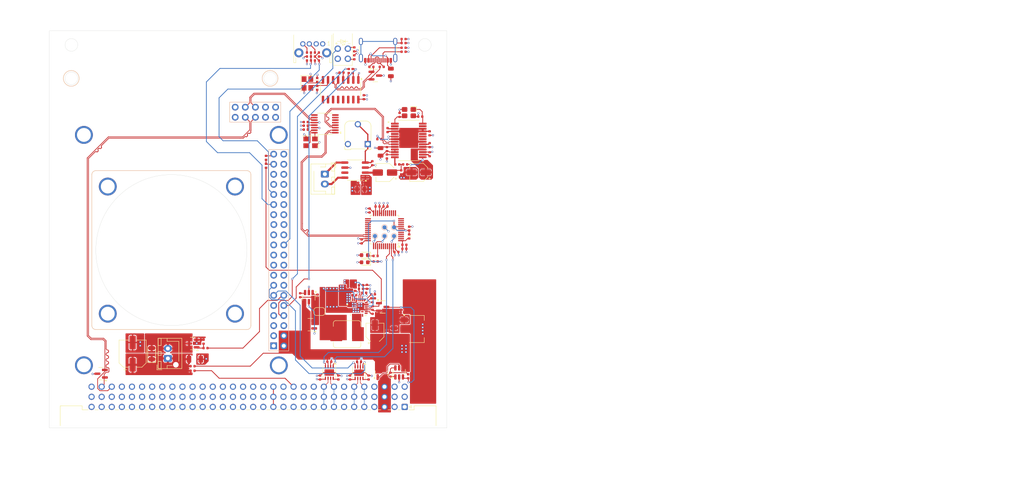
<source format=kicad_pcb>
(kicad_pcb (version 20240108) (generator "pcbnew") (generator_version "8.0")
  (layers (0 "F.Cu" signal) (1 "In1.Cu" signal) (2 "In2.Cu" signal) (31 "B.Cu" signal) (34 "B.Paste" user) (35 "F.Paste" user) (36 "B.SilkS" user "B.Silkscreen") (37 "F.SilkS" user "F.Silkscreen") (38 "B.Mask" user) (39 "F.Mask" user) (44 "Edge.Cuts" user))
  (net 0 "")
  (net 1 "/5v buck/5V_PHASE")
  (net 2 "GND")
  (net 3 "+5V")
  (net 4 "+3V3")
  (net 5 "Net-(M1-+)")
  (net 6 "/5v buck/5V_OUT")
  (net 7 "/USB-CAN/NRST1")
  (net 8 "Net-(M1--)")
  (net 9 "Net-(Q1-G)")
  (net 10 "/Can Transiver/CAN_TR_OUT.C+")
  (net 11 "/Can Transiver1/CAN_TR_OUT.C-")
  (net 12 "/Can Transiver1/CAN_TR_OUT.C+")
  (net 13 "/FAN controller/FAN_PWM")
  (net 14 "/USB-CAN/SWDIO1")
  (net 15 "/USB-CAN/SWCLK1")
  (net 16 "/Can Transiver/CAN_TR.RXD")
  (net 17 "/Can Transiver/CAN_TR_OUT.C-")
  (net 18 "/Can Transiver/CAN_TR.TXD")
  (net 19 "/Can Transiver1/CAN_TR.RXD")
  (net 20 "/Can Transiver1/CAN_TR.TXD")
  (net 21 "/DIN41612 connector/USB_DEBUG.D-")
  (net 22 "/OrangePi 5 pro Header/USB_OUT.D-")
  (net 23 "/DIN41612 connector/5v_STDBY")
  (net 24 "/DIN41612 connector/GPIOL0")
  (net 25 "/DIN41612 connector/GPIOR12")
  (net 26 "/DIN41612 connector/GPIOC6")
  (net 27 "/DIN41612 connector/GPIOR3")
  (net 28 "/DIN41612 connector/GPIOL2")
  (net 29 "/DIN41612 connector/GPIOR0")
  (net 30 "/DIN41612 connector/GPIOC3")
  (net 31 "/DIN41612 connector/GPIOR2")
  (net 32 "/DIN41612 connector/GPIOL15")
  (net 33 "Net-(U11-V3)")
  (net 34 "/DIN41612 connector/GPIOR5")
  (net 35 "/DIN41612 connector/GPIOL3")
  (net 36 "Net-(U11-XI)")
  (net 37 "/DIN41612 connector/GPIOC12")
  (net 38 "/DIN41612 connector/GPIOL5")
  (net 39 "Net-(U11-XO)")
  (net 40 "/DIN41612 connector/GPIOC15")
  (net 41 "/OrangePi 5 pro Header/USB_OUT.D+")
  (net 42 "/DIN41612 connector/GPIOL11")
  (net 43 "/DIN41612 connector/24v")
  (net 44 "/DIN41612 connector/GPIOL8")
  (net 45 "/DIN41612 connector/GPIOL7")
  (net 46 "/DIN41612 connector/USB_DEBUG.D+")
  (net 47 "/DIN41612 connector/GPIOC8")
  (net 48 "/DIN41612 connector/GPIOC5")
  (net 49 "/DIN41612 connector/GPIOL12")
  (net 50 "/CH340_DEBUG/UART_DEBUG.TX")
  (net 51 "/DIN41612 connector/GPIOR1")
  (net 52 "/DIN41612 connector/GPIOC7")
  (net 53 "/DIN41612 connector/GPIOC13")
  (net 54 "/DIN41612 connector/GPIOC14")
  (net 55 "/DIN41612 connector/GPIOR13")
  (net 56 "/DIN41612 connector/GPIOC11")
  (net 57 "/DIN41612 connector/GPIOL10")
  (net 58 "/DIN41612 connector/GPIOR11")
  (net 59 "/CH340_DEBUG/UART_DEBUG.RX")
  (net 61 "/DIN41612 connector/GPIOL6")
  (net 62 "/DIN41612 connector/GPIOL14")
  (net 63 "/DIN41612 connector/GPIOL13")
  (net 64 "/DIN41612 connector/GPIOL9")
  (net 65 "/DIN41612 connector/GPIOR8")
  (net 66 "/DIN41612 connector/GPIOC10")
  (net 67 "/DIN41612 connector/GPIOC0")
  (net 68 "/DIN41612 connector/GPIOC1")
  (net 69 "/DIN41612 connector/GPIOR9")
  (net 70 "/DIN41612 connector/GPIOC9")
  (net 71 "/DIN41612 connector/GPIOC4")
  (net 72 "/DIN41612 connector/GPIOC2")
  (net 73 "/DIN41612 connector/GPIOR10")
  (net 74 "/DIN41612 connector/GPIOR4")
  (net 75 "/DIN41612 connector/GPIOR6")
  (net 76 "/DIN41612 connector/GPIOL1")
  (net 77 "/DIN41612 connector/GPIOR7")
  (net 78 "/DIN41612 connector/GPIOL4")
  (net 89 "/OrangePi 5 pro Header/ON OFF BTN")
  (net 91 "/OrangePi 5 pro Header/USER BUTTON")
  (net 97 "/5v buck/5V_BOOT")
  (net 106 "Net-(D3-Pad1)")
  (net 108 "/Panel USB/VBUS_IN")
  (net 109 "Net-(U4-VCAP)")
  (net 110 "Net-(U5-VCAP)")
  (net 111 "/5v buck/5V_EN")
  (net 112 "Net-(U8-+)")
  (net 113 "Net-(U8-V)")
  (net 114 "Net-(U9-XTI)")
  (net 115 "Net-(U9-XTO)")
  (net 116 "Net-(U10-VDD33)")
  (net 117 "Net-(D1-Pad1)")
  (net 118 "Net-(J3-Pin_1)")
  (net 119 "Net-(J3-Pin_2)")
  (net 120 "Net-(Q4-G)")
  (net 121 "/5v buck/V_{IN}")
  (net 122 "Net-(U6-STB)")
  (net 123 "Net-(U7-STB)")
  (net 124 "Net-(U9-VOUTL)")
  (net 125 "Net-(U9-VOUTR)")
  (net 126 "Net-(U9-DT)")
  (net 127 "/Audio Codec/USB_AUDIO.D+")
  (net 138 "/USB-CAN/STAT_LED")
  (net 143 "/USB-CAN/WORD_LED")
  (net 159 "Net-(U10-XI)")
  (net 160 "Net-(U10-XO)")
  (net 162 "/OrangePi 5 pro Header/USER LED 2")
  (net 163 "/OrangePi 5 pro Header/STATUS LED")
  (net 164 "/OrangePi 5 pro Header/USER LED 1")
  (net 165 "/5v buck/5V_VDD")
  (net 166 "/5v buck/5V_VDRV")
  (net 167 "/5v buck/BUCK_OUT")
  (net 168 "/Audio Codec/VDD_{int}")
  (net 169 "Net-(U9-VCOM)")
  (net 170 "/5v buck/5V_SW")
  (net 171 "Net-(LED1-Pad2)")
  (net 172 "Net-(LED1-Pad4)")
  (net 173 "/5v buck/Pgood")
  (net 174 "Net-(Q5-C)")
  (net 175 "/5v buck/5V_FB")
  (net 176 "/5v buck/5V_MODE1")
  (net 177 "/5v buck/5V_MODE2")
  (net 178 "Net-(U4-EN)")
  (net 179 "Net-(BTN1-Pad4)")
  (net 180 "Net-(BTN1-Pad3)")
  (net 181 "/Audio Codec/VCCL")
  (net 182 "/Audio Codec/VCCR")
  (net 183 "/Audio Codec/VCCP")
  (net 184 "Net-(J5-SHIELD)")
  (net 187 "/USB HUB/USB_CAN.D+")
  (net 188 "Net-(J2-GPIO4_A6{slash}UART3_RX{slash}I2C5_SCL)")
  (net 189 "Net-(J5-CC1)")
  (net 191 "Net-(J5-D+-PadA6)")
  (net 192 "Net-(J5-D--PadA7)")
  (net 194 "Net-(J5-CC2)")
  (net 195 "Net-(Q2-G)")
  (net 205 "/USB HUB/USB_CAN.D-")
  (net 206 "/Audio Codec/USB_AUDIO.D-")
  (net 207 "/CH340_DEBUG/FRONT_PANEL.D-")
  (net 208 "/CH340_DEBUG/FRONT_PANEL.D+")
  (net 209 "/USB HUB/USB4.D+")
  (net 210 "/USB HUB/USB3.D+")
  (net 211 "/USB HUB/USB3.D-")
  (net 212 "/USB HUB/USB4.D-")
  (net 213 "/CH340_DEBUG/TXD")
  (net 214 "/CH340_DEBUG/RXD")
  (net 218 "Net-(C2-Pad1)")
  (footprint "PCM_JLCPCB:R_0402" (layer "F.Cu") (at 106.675 103.475 90)
    (property "Reference" "R32" (hide yes))
    (property "Value" "20kΩ" (hide yes))
  )
  (footprint "PCM_JLCPCB:C_0603" (layer "F.Cu") (at 103.6 109.82 90)
    (property "Reference" "C12" (hide yes))
    (property "Value" "10uF")
  )
  (footprint "PCM_JLCPCB:R_0402" (layer "F.Cu") (at 69.4875 116.8 -90)
    (property "Reference" "R26" (hide yes))
    (property "Value" "10kΩ" (hide yes))
  )
  (footprint "PCM_JLCPCB:R_0402" (layer "F.Cu") (at 106 48.64 90)
    (property "Reference" "R21" (hide yes))
    (property "Value" "0Ω" (hide yes))
  )
  (footprint "PCM_JLCPCB:CRYSTAL-SMD_4P-L3.2-W2.5-BL" (layer "F.Cu") (at 121.15 59.125 180)
    (property "Reference" "X1" (hide yes))
    (property "Value" "X322512MSB4SI")
  )
  (footprint "PCM_JLCPCB:R_0402" (layer "F.Cu") (at 107.4 45.2 90)
    (property "Reference" "R5" (hide yes))
    (property "Value" "1kΩ" (hide yes))
  )
  (footprint "Capacitor_SMD:C_0402_1005Metric" (layer "F.Cu") (at 116.469602 125.0825 -90)
    (property "Reference" "C27" (hide yes))
    (property "Value" "100nF 50V Y5V")
  )
  (footprint "PCM_JLCPCB:R_0402" (layer "F.Cu") (at 107.4 43.2 -90)
    (property "Reference" "R33" (hide yes))
    (property "Value" "1kΩ" (hide yes))
  )
  (footprint "PCM_JLCPCB:R_0402" (layer "F.Cu") (at 109.075 102.575)
    (property "Reference" "R36" (hide yes))
    (property "Value" "499k" (hide yes))
  )
  (footprint "Capacitor_SMD:C_0402_1005Metric" (layer "F.Cu") (at 121.2 88.31 90)
    (property "Reference" "C25" (hide yes))
    (property "Value" "100n")
  )
  (footprint "PCM_JLCPCB:C_0402" (layer "F.Cu") (at 96 46 180)
    (property "Reference" "C16" (hide yes))
    (property "Value" "100nF")
  )
  (footprint "PCM_JLCPCB:R_0402" (layer "F.Cu") (at 113.7 65.8)
    (property "Reference" "R19" (hide yes))
    (property "Value" "1.5kΩ" (hide yes))
  )
  (footprint "PCM_JLCPCB:C_0402" (layer "F.Cu") (at 126.35 64.3322 -90)
    (property "Reference" "C34" (hide yes))
    (property "Value" "1uF")
  )
  (footprint "PCM_JLCPCB:R_0402" (layer "F.Cu") (at 115.777641 63.516489 -90)
    (property "Reference" "R22" (hide yes))
    (property "Value" "1.5kΩ" (hide yes))
  )
  (footprint "Package_TO_SOT_SMD:SOT-23" (layer "F.Cu") (at 114.236128 124.7625 90)
    (property "Reference" "Q1" (hide yes))
    (property "Value" "AO3400A")
  )
  (footprint "Package_SON:HVSON-8-1EP_3x3mm_P0.65mm_EP1.6x2.4mm" (layer "F.Cu") (at 101.125 124.55 -90)
    (property "Reference" "U7" (hide yes))
    (property "Value" "TJA1044GTK_3Z")
  )
  (footprint "PCM_JLCPCB:C_0402" (layer "F.Cu") (at 111.25 83.7625 -90)
    (property "Reference" "C18" (hide yes))
    (property "Value" "100nF")
  )
  (footprint "PCM_JLCPCB:R_0402" (layer "F.Cu") (at 111.7 47.6)
    (property "Reference" "R30" (hide yes))
    (property "Value" "22Ω" (hide yes))
  )
  (footprint "Package_TO_SOT_SMD:SOT-23-6" (layer "F.Cu") (at 118.686128 124.52 90)
    (property "Reference" "U5" (hide yes))
    (property "Value" "LM74700")
  )
  (footprint "PCM_JLCPCB:R_0402" (layer "F.Cu") (at 93.8 105.1 90)
    (property "Reference" "R12" (hide yes))
    (property "Value" "10kΩ" (hide yes))
  )
  (footprint "PCM_JLCPCB:R_0402" (layer "F.Cu") (at 120.936128 125.5 -90)
    (property "Reference" "R13" (hide yes))
    (property "Value" "10kΩ" (hide yes))
  )
  (footprint "PCM_JLCPCB:R_0402" (layer "F.Cu") (at 85.2 72.5 90)
    (property "Reference" "R40" (hide yes))
    (property "Value" "20kΩ" (hide yes))
  )
  (footprint "Crystal:Crystal_SMD_3225-4Pin_3.2x2.5mm" (layer "F.Cu") (at 95.62 51.79 -90)
    (property "Reference" "Y2" (hide yes))
    (property "Value" "12MHz C7424717")
  )
  (footprint "PCM_JLCPCB:R_0402" (layer "F.Cu") (at 119.8 42.8)
    (property "Reference" "R27" (hide yes))
    (property "Value" "5.1kΩ" (hide yes))
  )
  (footprint "PCM_JLCPCB:C_0402" (layer "F.Cu") (at 115.65 114.6 90)
    (property "Reference" "C59" (hide yes))
    (property "Value" "100nF")
  )
  (footprint "PCM_JLCPCB:D_0603" (layer "F.Cu") (at 110.01 96.8 180)
    (property "Reference" "D3" (hide yes))
    (property "Value" "Green")
  )
  (footprint "PCM_JLCPCB:C_0402" (layer "F.Cu") (at 108.9 76.8 180)
    (property "Reference" "C36" (hide yes))
    (property "Value" "100nF")
  )
  (footprint "PCM_JLCPCB:C_0603" (layer "F.Cu") (at 100.2 105.825)
    (property "Reference" "C62" (hide yes))
    (property "Value" "10uF")
  )
  (footprint "PCM_JLCPCB:R_0402" (layer "F.Cu") (at 109.075 103.475 180)
    (property "Reference" "R4" (hide yes))
    (property "Value" "499k" (hide yes))
  )
  (footprint "PCM_JLCPCB:R_0402" (layer "F.Cu") (at 103.4 125.8 90)
    (property "Reference" "R15" (hide yes))
    (property "Value" "10kΩ" (hide yes))
  )
  (footprint "PCM2704:SOP65P780X200-28N" (layer "F.Cu") (at 121.105 66.125)
    (property "Reference" "U9" (hide yes))
    (property "Value" "PCM2704CDBR")
  )
  (footprint "PCM_JLCPCB:R_0402" (layer "F.Cu") (at 107.575 103.475 -90)
    (property "Reference" "R1" (hide yes))
    (property "Value" "2.2kΩ" (hide yes))
  )
  (footprint "PCM_JLCPCB:C_0402" (layer "F.Cu") (at 107.4 105.075 180)
    (property "Reference" "C7" (hide yes))
    (property "Value" "100nF")
  )
  (footprint "PCM_JLCPCB:R_0402" (layer "F.Cu") (at 96 45)
    (property "Reference" "R39" (hide yes))
    (property "Value" "10kΩ" (hide yes))
  )
  (footprint "PCM_JLCPCB:Q_SOT-23" (layer "F.Cu") (at 114.54 108.05)
    (property "Reference" "Q5" (hide yes))
    (property "Value" "MMBT3904")
  )
  (footprint "Package_TO_SOT_SMD:SOT-23" (layer "F.Cu") (at 66.8 117.25 180)
    (property "Reference" "Q4" (hide yes))
    (property "Value" "AO3400A")
  )
  (footprint "PCM_JLCPCB:R_0402" (layer "F.Cu") (at 112 107.375 -90)
    (property "Reference" "R6" (hide yes))
    (property "Value" "10kΩ" (hide yes))
  )
  (footprint "PCM_JLCPCB:R_0402" (layer "F.Cu") (at 118.2 72.16)
    (property "Reference" "R16" (hide yes))
    (property "Value" "220Ω" (hide yes))
  )
  (footprint "PCM_JLCPCB:C_0402" (layer "F.Cu") (at 101.125 121.828183 180)
    (property "Reference" "C28" (hide yes))
    (property "Value" "100nF")
  )
  (footprint "Resistor_SMD:R_0402_1005Metric" (layer "F.Cu") (at 121.2 90.3 90)
    (property "Reference" "R9" (hide yes))
    (property "Value" "10k")
  )
  (footprint "Package_TO_SOT_SMD:SOT-23-6" (layer "F.Cu") (at 95.975 105.5625 -90)
    (property "Reference" "U4" (hide yes))
    (property "Value" "LM74700")
  )
  (footprint "TL2243:TL2243" (layer "F.Cu") (at 96.958401 44.065997)
    (property "Reference" "BTN1" (hide yes))
    (property "Value" "TL2243")
  )
  (footprint "PCM_JLCPCB:R_0402" (layer "F.Cu") (at 119.2 74.16 90)
    (property "Reference" "R18" (hide yes))
    (property "Value" "10kΩ" (hide yes))
  )
  (footprint "PCM_JLCPCB:C_0402" (layer "F.Cu") (at 109.25 91.55 90)
    (property "Reference" "C22" (hide yes))
    (property "Value" "100nF")
  )
  (footprint "Capacitor_SMD:CP_Elec_6.3x5.4" (layer "F.Cu") (at 51.65 119.8 90)
    (property "Reference" "C50" (hide yes))
    (property "Value" "47uF")
  )
  (footprint "PCM_JLCPCB:C_0603" (layer "F.Cu") (at 102.3 109.82 90)
    (property "Reference" "C13" (hide yes))
    (property "Value" "10uF")
  )
  (footprint "PCM_JLCPCB:C_0402" (layer "F.Cu") (at 113.25 82.7625 180)
    (property "Reference" "C19" (hide yes))
    (property "Value" "100nF")
  )
  (footprint "PCM_JLCPCB:C_0402" (layer "F.Cu") (at 104.2 49.04 180)
    (property "Reference" "C52" (hide yes))
    (property "Value" "100nF")
  )
  (footprint "PCM_JLCPCB:C_0402" (layer "F.Cu") (at 110.575 102.975 90)
    (property "Reference" "C14" (hide yes))
    (property "Value" "1uF")
  )
  (footprint "Connector_JST:JST_XH_B2B-XH-AM_1x02_P2.50mm_Vertical" (layer "F.Cu") (at 100 74.6 -90)
    (property "Reference" "J3" (hide yes))
    (property "Value" "JST XH")
  )
  (footprint "PCM_JLCPCB:R_0402" (layer "F.Cu") (at 111.675 105.375 -90)
    (property "Reference" "R3" (hide yes))
    (property "Value" "73k2" (hide yes))
  )
  (footprint "PCM_JLCPCB:R_0402" (layer "F.Cu") (at 66.725 122.95)
    (property "Reference" "R24" (hide yes))
    (property "Value" "0Ω" (hide yes))
  )
  (footprint "PCM_JLCPCB:C_0402" (layer "F.Cu") (at 108.6 121.8809 180)
    (property "Reference" "C30" (hide yes))
    (property "Value" "100nF")
  )
  (footprint "PCM_JLCPCB:R_0402" (layer "F.Cu") (at 85.2 70.5 90)
    (property "Reference" "R41" (hide yes))
    (property "Value" "10kΩ" (hide yes))
  )
  (footprint "PCM_JLCPCB:C_0402" (layer "F.Cu") (at 118.8 59.7 90)
    (property "Reference" "C44" (hide yes))
    (property "Value" "22pF")
  )
  (footprint "PCM_JLCPCB:C_0402" (layer "F.Cu") (at 98.8 125.8 90)
    (property "Reference" "C29" (hide yes))
    (property "Value" "100nF")
  )
  (footprint "PCM_JLCPCB:C_0402" (layer "F.Cu") (at 115.6 70.16 -90)
    (property "Reference" "C35" (hide yes))
    (property "Value" "1uF")
  )
  (footprint "PCM_JLCPCB:C_0805" (layer "F.Cu") (at 114 69 90)
    (property "Reference" "C33" (hide yes))
    (property "Value" "10uF")
  )
  (footprint "PCM_JLCPCB:R_0402" (layer "F.Cu") (at 66.725 124.1)
    (property "Reference" "R23" (hide yes))
    (property "Value" "0Ω" (hide yes))
  )
  (footprint "Package_TO_SOT_SMD:SOT-23" (layer "F.Cu") (at 96.375 112.5 180)
    (property "Reference" "Q2" (hide yes))
    (property "Value" "AO3400A")
  )
  (footprint "Package_SO:SOIC-16_3.9x9.9mm_P1.27mm" (layer "F.Cu") (at 103.975 53.365 -90)
    (property "Reference" "U11" (hide yes))
    (property "Value" "CH340G")
  )
  (footprint "PCM_JLCPCB:C_0402" (layer "F.Cu") (at 115.25 82.7625)
    (property "Reference" "C20" (hide yes))
    (property "Value" "100nF")
  )
  (footprint "PCM_JLCPCB:R_0402" (layer "F.Cu") (at 114.3 47.6 180)
    (property "Reference" "R29" (hide yes))
    (property "Value" "22Ω" (hide yes))
  )
  (footprint "Capacitor_SMD:CP_Elec_4x5.4" (layer "F.Cu") (at 112.6 114.4 90)
    (property "Reference" "C1" (hide yes))
    (property "Value" "47uF")
  )
  (footprint "Jumper:SolderJumper-2_P1.3mm_Open_RoundedPad1.0x1.5mm" (layer "F.Cu") (at 98.625 109.1948 180)
    (property "Reference" "JP1" (hide yes))
    (property "Value" "Solder Jumper")
  )
  (footprint "PCM_JLCPCB:C_0805" (layer "F.Cu") (at 103.4 104.6 180)
    (property "Reference" "C57" (hide yes))
    (property "Value" "22uF")
  )
  (footprint "FixLed307:FixLed307" (layer "F.Cu") (at 104.528401 43.025997)
    (property "Reference" "LED1" (hide yes))
    (property "Value" "FixLed307")
  )
  (footprint "SIC471:REGULATOR_SIC431AED-T1-GE3" (layer "F.Cu") (at 108.45 108.225)
    (property "Reference" "U2" (hide yes))
    (property "Value" "SIC431AED-T1-GE3")
  )
  (footprint "Package_TO_SOT_SMD:SOT-23" (layer "F.Cu") (at 43.7375 124.85 180)
    (property "Reference" "U14" (hide yes))
    (property "Value" "PESD5V0S2BT")
  )
  (footprint "Capacitor_SMD:C_0402_1005Metric" (layer "F.Cu") (at 98.07 52.89 -90)
    (property "Reference" "C53" (hide yes))
    (property "Value" "20pF")
  )
  (footprint "PCM_JLCPCB:C_0402" (layer "F.Cu") (at 120 93.4)
    (property "Reference" "C23" (hide yes))
    (property "Value" "100nF")
  )
  (footprint "Package_SON:HVSON-8-1EP_3x3mm_P0.65mm_EP1.6x2.4mm" (layer "F.Cu") (at 108.6 124.5934 -90)
    (property "Reference" "U6" (hide yes))
    (property "Value" "TJA1044GTK_3Z")
  )
  (footprint "PCM_JLCPCB:C_0402" (layer "F.Cu") (at 106.34327 125.8 90)
    (property "Reference" "C31" (hide yes))
    (property "Value" "100nF")
  )
  (footprint "PCM_JLCPCB:C_0805" (layer "F.Cu") (at 103.4 106.725 180)
    (property "Reference" "C10" (hide yes))
    (property "Value" "22uF")
  )
  (footprint "PCM_JLCPCB:C_0402" (layer "F.Cu") (at 120 92.4)
    (property "Reference" "C24" (hide yes))
    (property "Value" "10uF")
  )
  (footprint "PCM_JLCPCB:C_0402" (layer "F.Cu") (at 126.35 69.6 90)
    (property "Reference" "C38" (hide yes))
    (property "Value" "1uF")
  )
  (footprint "PCM_JLCPCB:C_0402" (layer "F.Cu") (at 98 46 180)
    (property "Reference" "C60" (hide yes))
    (property "Value" "100nF")
  )
  (footprint "PCM_JLCPCB:R_0402" (layer "F.Cu") (at 109.9 104.475)
    (property "Reference" "R7" (hide yes))
    (property "Value" "499k" (hide yes))
  )
  (footprint "PCM_JLCPCB:D_0603" (layer "F.Cu") (at 110.01 95 180)
    (property "Reference" "D1" (hide yes))
    (property "Value" "Yellow")
  )
  (footprint "PCM_JLCPCB:C_0402" (layer "F.Cu") (at 112 109.272 90)
    (property "Reference" "C15" (hide yes))
    (property "Value" "4.7uF")
  )
  (footprint "PCM_JLCPCB:C_0402" (layer "F.Cu") (at 119.6 109.4 180)
    (property "Reference" "C17" (hide yes))
    (property "Value" "100nF")
  )
  (footprint "PCM_JLCPCB:C_0402" (layer "F.Cu") (at 123.995 60.125 180)
    (property "Reference" "C43" (hide yes))
    (property "Value" "22pF")
  )
  (footprint "PCM_JLCPCB:C_0603" (layer "F.Cu") (at 100.2 104.525)
    (property "Reference" "C61" (hide yes))
    (property "Value" "10uF")
  )
  (footprint "PCM_JLCPCB:C_0402" (layer "F.Cu") (at 111.925 71.86 -90)
    (property "Reference" "C42" (hide yes))
    (property "Value" "1uF")
  )
  (footprint "Potentiometer_THT:Potentiometer_Runtron_RM-065_Vertical" (layer "F.Cu") (at 110.8 67.04 180)
    (property "Reference" "RV1" (hide yes))
    (property "Value" "RM065 1Meg")
  )
  (footprint "PCM_JLCPCB:R_0402" (layer "F.Cu") (at 69.9875 118.4 180)
    (property "Reference" "R25" (hide yes))
    (property "Value" "1.5kΩ" (hide yes))
  )
  (footprint "Package_QFP:LQFP-48_7x7mm_P0.5mm" (layer "F.Cu") (at 115 88.6 180)
    (property "Reference" "U3" (hide yes))
    (property "Value" "STM32G431C8Tx")
  )
  (footprint "PCM_JLCPCB:D_SOD-123FL" (layer "F.Cu") (at 56.45 119.8 90)
    (property "Reference" "D4" (hide yes))
    (property "Value" "1N4002W")
  )
  (footprint "Package_TO_SOT_SMD:SOT-23" (layer "F.Cu") (at 112.6625 49.8)
    (property "Reference" "U1" (hide yes))
    (property "Value" "PESD5V0S2BT")
  )
  (footprint "PCM_JLCPCB:C_0402" (layer "F.Cu") (at 95.2 61.5 180)
    (property "Reference" "C47" (hide yes))
    (property "Value" "10uF")
  )
  (footprint "PCM_JLCPCB:C_0402" (layer "F.Cu") (at 115.6 68.31 -90)
    (property "Reference" "C32" (hide yes))
    (property "Value" "100nF")
  )
  (footprint "Resistor_SMD:R_0402_1005Metric" (layer "F.Cu") (at 112.77 96.6 180)
    (property "Reference" "R11" (hide yes))
    (property "Value" "1k")
  )
  (footprint "PCM_JLCPCB:C_1206" (layer "F.Cu") (at 117.4 114.88 90)
    (property "Reference" "C6" (hide yes))
    (property "Value" "10uF")
  )
  (footprint "PCM_JLCPCB:R_0402" (layer "F.Cu") (at 112.575 105.375 90)
    (property "Reference" "R2" (hide yes))
    (property "Value" "10kΩ" (hide yes))
  )
  (footprint "Capacitor_SMD:CP_Elec_4x5.4" (layer "F.Cu") (at 115.105 74.21 180)
    (property "Reference" "C2" (hide yes))
    (property "Value" "47uF")
  )
  (footprint "Connector_JST:JST_XH_B2B-XH-AM_1x02_P2.50mm_Vertical" (layer "F.Cu") (at 60.525 121 90)
    (property "Reference" "M1" (hide yes))
    (property "Value" "Fan")
  )
  (footprint "PCM_JLCPCB:R_0402" (layer "F.Cu") (at 119.8 40.6)
    (property "Reference" "R31" (hide yes))
    (property "Value" "1kΩ" (hide yes))
  )
  (footprint "PCM_JLCPCB:C_0402" (layer "F.Cu") (at 106.275 101.875 180)
    (property "Reference" "C9" (hide yes))
    (property "Value" "100nF")
  )
  (footprint "Inductor_SMD:L_Bourns_SRP7028A_7.3x6.6mm" (layer "F.Cu") (at 105.6 114.9 180)
    (property "Reference" "L2" (hide yes))
    (property "Value" "1uH")
  )
  (footprint "PCM_JLCPCB:C_0402" (layer "F.Cu") (at 95.2 63.4 180)
    (property "Reference" "C45" (hide yes))
    (property "Value" "10uF")
  )
  (footprint "PCM_JLCPCB:C_0402" (layer "F.Cu") (at 119.8 41.6)
    (property "Reference" "C55" (hide yes))
    (property "Value" "100nF")
  )
  (footprint "PCM_JLCPCB:C_1206" (layer "F.Cu") (at 67.3 121.2)
    (property "Reference" "C49" (hide yes))
    (property "Value" "10uF")
  )
  (footprint "PCM_JLCPCB:C_0805" (layer "F.Cu") (at 109.05 78.4)
    (property "Reference" "C37" (hide yes))
    (property "Value" "10uF")
  )
  (footprint "Package_SO:SO-8_3.9x4.9mm_P1.27mm" (layer "F.Cu") (at 107.6 73.6 180)
    (property "Reference" "U8" (hide yes))
    (property "Value" "TDA7052A")
  )
  (footprint "PCM_JLCPCB:C_0402" (layer "F.Cu") (at 109.8 55.24 90)
    (property "Reference" "C51" (hide yes))
    (property "Value" "100nF")
  )
  (footprint "Connector_USB:USB_C_Receptacle_GCT_USB4105-xx-A_16P_TopMnt_Horizontal" (layer "F.Cu") (at 113.378401 42.275997 180)
    (property "Reference" "J5" (hide yes))
    (property "Value" "USB_C_Receptacle_USB2.0_16P")
  )
  (footprint "Capacitor_SMD:CP_Elec_4x5.4" (layer "F.Cu") (at 123.6 74.16 180)
    (property "Reference" "C41" (hide yes))
    (property "Value" "47uF")
  )
  (footprint "PCM_JLCPCB:C_0603" (layer "F.Cu") (at 104.9 109.82 90)
    (property "Reference" "C8" (hide yes))
    (property "Value" "10uF")
  )
  (footprint "PCM_JLCPCB:R_0402" (layer "F.Cu") (at 111 125.8 90)
    (property "Reference" "R14" (hide yes))
    (property "Value" "10kΩ" (hide yes))
  )
  (footprint "Crystal:Crystal_SMD_3225-4Pin_3.2x2.5mm" (layer "F.Cu") (at 96.4 66.6 180)
    (property "Reference" "Y1" (hide yes))
    (property "Value" "12MHz")
  )
  (footprint "PCM_JLCPCB:C_0402" (layer "F.Cu") (at 105.775 103.475 90)
    (property "Reference" "C11" (hide yes))
    (property "Value" "100nF")
  )
  (footprint "PCM_JLCPCB:C_0402" (layer "F.Cu") (at 95.2 62.4 180)
    (property "Reference" "C46" (hide yes))
    (property "Value" "1uF")
  )
  (footprint "PCM_JLCPCB:C_0402" (layer "F.Cu") (at 118 94.2 180)
    (property "Reference" "C21" (hide yes))
    (property "Value" "100nF")
  )
  (footprint "PCM_JLCPCB:C_0603" (layer "F.Cu") (at 101 109.82 90)
    (property "Reference" "C58" (hide yes))
    (property "Value" "10uF")
  )
  (footprint "PCM_JLCPCB:C_0805" (layer "F.Cu") (at 116.6 49 -90)
    (property "Reference" "C56" (hide yes))
    (property "Value" "10uF")
  )
  (footprint "Connector_DIN:DIN41612_R_3x32_Female_Horizontal_THT" (layer "F.Cu") (at 120.07 133.204999 180)
    (property "Reference" "J1" (hide yes))
    (property "Value" "09031967921")
  )
  (footprint "PCM_JLCPCB:C_0603" (layer "F.Cu") (at 100.2 107.125)
    (property "Reference" "C63" (hide yes))
    (property "Value" "10uF")
  )
  (footprint "Capacitor_SMD:C_0402_1005Metric" (layer "F.Cu") (at 98.07 50.89 90)
    (property "Reference" "C54" (hide yes))
    (property "Value" "20pF")
  )
  (footprint "PCM_JLCPCB:C_0402" (layer "F.Cu") (at 126.35 67.3 -90)
    (property "Reference" "C39" (hide yes))
    (property "Value" "1uF")
  )
  (footprint "Package_TO_SOT_SMD:SOT-223-3_TabPin2" (layer "F.Cu") (at 123.1 113.6)
    (property "Reference" "U13" (hide yes))
    (property "Value" "AMS1117-3.3")
  )
  (footprint "PCM_JLCPCB:R_0402" (layer "F.Cu") (at 96 44)
    (property "Reference" "R37" (hide yes))
    (property "Value" "100Ω" (hide yes))
  )
  (footprint "Resistor_SMD:R_0402_1005Metric" (layer "F.Cu") (at 112.76 95.2 180)
    (property "Reference" "R10" (hide yes))
    (property "Value" "1k")
  )
  (footprint "PCM_JLCPCB:R_0402" (layer "F.Cu") (at 120.2 72.16 180)
    (property "Reference" "R17" (hide yes))
    (property "Value" "220Ω" (hide yes))
  )
  (footprint "Package_SO:QSOP-16_3.9x4.9mm_P0.635mm" (layer "F.Cu") (at 100 61.95 180)
    (property "Reference" "U10" (hide yes))
    (property "Value" "CH334R")
  )
  (footprint "PCM_JLCPCB:R_0402" (layer "F.Cu") (at 107 48.64 90)
    (property "Reference" "R20" (hide yes))
    (property "Value" "0Ω" (hide yes))
  )
  (footprint "PCM_JLCPCB:R_0402" (layer "F.Cu") (at 119.8 43.8)
    (property "Reference" "R28" (hide yes))
    (property "Value" "5.1kΩ" (hide yes))
  )
  (footprint "PCM_JLCPCB:R_0402" (layer "F.Cu") (at 98 44)
    (property "Reference" "R8" (hide yes))
    (property "Value" "100Ω" (hide yes))
  )
  (footprint "PCM_JLCPCB:R_0402" (layer "F.Cu") (at 98 45 180)
    (property "Reference" "R38" (hide yes))
    (property "Value" "10kΩ" (hide yes))
  )
  (footprint "Capacitor_SMD:C_0402_1005Metric" (layer "F.Cu") (at 98.175 105.42 90)
    (property "Reference" "C26" (hide yes))
    (property "Value" "100nF 50V Y5V")
  )
  (footprint "TestPoint:TestPoint_Pad_D1.0mm" (layer "B.Cu") (at 112.6 90.2 -90)
    (property "Reference" "TP3" (hide yes))
    (property "Value" "~")
  )
  (footprint "TestPoint:TestPoint_Pad_D1.0mm" (layer "B.Cu") (at 117.4 90.2 -90)
    (property "Reference" "TP5" (hide yes))
    (property "Value" "~")
  )
  (footprint "OrangePi Pro 5:Orange Pi 5 pro" (layer "B.Cu") (at 88.402806 122.733501 180)
    (property "Reference" "J2" (hide yes))
    (property "Value" "Orange pi 5  pro")
    (fp_circle (center 27 29) (end 46 29) (stroke (width 0.05)) (fill none) (layer "Edge.Cuts"))
  )
  (footprint "TestPoint:TestPoint_Pad_D1.0mm" (layer "B.Cu") (at 115 90.2 -90)
    (property "Reference" "TP4" (hide yes))
    (property "Value" "~")
  )
  (footprint "TestPoint:TestPoint_Pad_D1.0mm" (layer "B.Cu") (at 117.4 88 -90)
    (property "Reference" "TP2" (hide yes))
    (property "Value" "~")
  )
  (footprint "TestPoint:TestPoint_Pad_D1.0mm" (layer "B.Cu") (at 115 88 -90)
    (property "Reference" "TP1" (hide yes))
    (property "Value" "~")
  )
  (gr_circle (center 86.220102 50.5) (end 88.200001 50.5) (stroke (width 0.1)) (fill none) (layer "B.SilkS"))
  (gr_circle (center 36.220101 50.5) (end 38.2 50.5) (stroke (width 0.1)) (fill none) (layer "B.SilkS"))
  (gr_circle (center 86.220102 50.5) (end 87.620102 49.1) (stroke (width 0.1)) (fill none) (layer "F.SilkS"))
  (gr_circle (center 36.220102 50.5) (end 37.620102 49.1) (stroke (width 0.1)) (fill none) (layer "F.SilkS"))
  (gr_circle (center 36.25 42.075) (end 36.25 40.475) (stroke (width 0.05)) (fill none) (layer "Edge.Cuts"))
  (gr_circle (center 36.25 50.5) (end 36.25 48.9) (stroke (width 0.05)) (fill none) (layer "Edge.Cuts"))
  (gr_circle (center 125.145585 42.078727) (end 125.145585 40.478727) (stroke (width 0.05)) (fill none) (layer "Edge.Cuts"))
  (gr_rect (start 30.7 38.515) (end 130.7 138.515) (stroke (width 0.05)) (fill none) (layer "Edge.Cuts"))
  (gr_circle (center 86.25 50.5) (end 86.25 48.9) (stroke (width 0.05)) (fill none) (layer "Edge.Cuts"))
  (segment (start 106.975 106.2875) (end 106.975 105.15) (width 0.2) (layer "F.Cu") (net 1))
  (segment (start 106.975 105.15) (end 106.9 105.075) (width 0.2) (layer "F.Cu") (net 1))
  (segment (start 107.9 44.2) (end 107.4 44.7) (width 0.2) (layer "F.Cu") (net 2))
  (segment (start 94.7 63.4) (end 93.9 63.4) (width 0.2) (layer "F.Cu") (net 2))
  (segment (start 112.7 72.36) (end 111.925 72.36) (width 0.2) (layer "F.Cu") (net 2))
  (segment (start 120.3 43.8) (end 121 43.8) (width 0.2) (layer "F.Cu") (net 2))
  (segment (start 85.2 70) (end 86.706307 70) (width 0.2) (layer "F.Cu") (net 2))
  (segment (start 115.75 82.7625) (end 115.75 82.05) (width 0.2) (layer "F.Cu") (net 2))
  (segment (start 127.1678 64.8322) (end 127.2 64.8) (width 0.2) (layer "F.Cu") (net 2))
  (segment (start 114 70.9) (end 114 69.95) (width 0.2) (layer "F.Cu") (net 2))
  (segment (start 94.77 54.17) (end 94.8 54.2) (width 0.2) (layer "F.Cu") (net 2))
  (segment (start 114 69.95) (end 114.325 69.95) (width 0.2) (layer "F.Cu") (net 2))
  (segment (start 110.6 54.8) (end 110.54 54.74) (width 0.2) (layer "F.Cu") (net 2))
  (segment (start 116.05 65.15) (end 116 65.2) (width 0.2) (layer "F.Cu") (net 2))
  (segment (start 108.3 78.2) (end 108.1 78.4) (width 0.2) (layer "F.Cu") (net 2))
  (segment (start 121.97 87.83) (end 122 87.8) (width 0.2) (layer "F.Cu") (net 2))
  (segment (start 116.25 69.05) (end 117.6 69.05) (width 0.2) (layer "F.Cu") (net 2))
  (segment (start 117.6 94.4) (end 117.25 94.05) (width 0.2) (layer "F.Cu") (net 2))
  (segment (start 109.1 121.8809) (end 109.1 121.2) (width 0.2) (layer "F.Cu") (net 2))
  (segment (start 115.6 70.66) (end 115.6 71.4) (width 0.2) (layer "F.Cu") (net 2))
  (segment (start 98.07 54.13) (end 98 54.2) (width 0.2) (layer "F.Cu") (net 2))
  (segment (start 120.3 41.6) (end 121 41.6) (width 0.2) (layer "F.Cu") (net 2))
  (segment (start 97.3625 62.9025) (end 98.5025 62.9025) (width 0.2) (layer "F.Cu") (net 2))
  (segment (start 108.925 123.1434) (end 108.925 124.2684) (width 0.2) (layer "F.Cu") (net 2))
  (segment (start 94.7 61.5) (end 94 61.5) (width 0.2) (layer "F.Cu") (net 2))
  (segment (start 42.8 124.9) (end 41.6 124.9) (width 0.2) (layer "F.Cu") (net 2))
  (segment (start 108.45 90.85) (end 108.4 90.8) (width 0.2) (layer "F.Cu") (net 2))
  (segment (start 98.07 50.41) (end 98.07 49.73) (width 0.2) (layer "F.Cu") (net 2))
  (segment (start 95.975 103.025) (end 96 103) (width 0.2) (layer "F.Cu") (net 2))
  (segment (start 122.45 60.125) (end 122.25 59.925) (width 0.2) (layer "F.Cu") (net 2))
  (segment (start 111.925 72.36) (end 111.925 72.375) (width 0.2) (layer "F.Cu") (net 2))
  (segment (start 108.3 76.8) (end 108.3 78.2) (width 0.2) (layer "F.Cu") (net 2))
  (segment (start 101.45 123.1) (end 101.45 122.003183) (width 0.2) (layer "F.Cu") (net 2))
  (segment (start 108.2 43.4) (end 107.9 43.7) (width 0.2) (layer "F.Cu") (net 2))
  (segment (start 106.365 72.965) (end 106.4 73) (width 0.2) (layer "F.Cu") (net 2))
  (segment (start 111.925 72.375) (end 111.335 72.965) (width 0.2) (layer "F.Cu") (net 2))
  (segment (start 96.47 49.47) (end 96.4 49.4) (width 0.2) (layer "F.Cu") (net 2))
  (segment (start 111.375 102.575) (end 111.4 102.6) (width 0.2) (layer "F.Cu") (net 2))
  (segment (start 94.7 62.4) (end 93.9 62.4) (width 0.2) (layer "F.Cu") (net 2))
  (segment (start 110.5 104.8) (end 110.175 104.475) (width 0.2) (layer "F.Cu") (net 2))
  (segment (start 98.9 125.3) (end 99.65 124.55) (width 0.2) (layer "F.Cu") (net 2))
  (segment (start 110.1934 124.5934) (end 108.6 124.5934) (width 0.2) (layer "F.Cu") (net 2))
  (segment (start 115.687501 82.7625) (end 115.75 82.7625) (width 0.2) (layer "F.Cu") (net 2))
  (segment (start 104.1 125.3) (end 104.2 125.4) (width 0.2) (layer "F.Cu") (net 2))
  (segment (start 112.75 82.7625) (end 112.75 82.05) (width 0.2) (layer "F.Cu") (net 2))
  (segment (start 101.45 122.003183) (end 101.625 121.828183) (width 0.2) (layer "F.Cu") (net 2))
  (segment (start 110.8375 90.85) (end 108.45 90.85) (width 0.2) (layer "F.Cu") (net 2))
  (segment (start 107.9 43.7) (end 107.4 43.7) (width 0.2) (layer "F.Cu") (net 2))
  (segment (start 97.6 46.9) (end 97.5 46.8) (width 0.2) (layer "F.Cu") (net 2))
  (segment (start 112.575 104.123988) (end 112.575 104.875) (width 0.2) (layer "F.Cu") (net 2))
  (segment (start 97.75 67.45) (end 97.5 67.45) (width 0.2) (layer "F.Cu") (net 2))
  (segment (start 112.75 82.05) (end 112.8 82) (width 0.2) (layer "F.Cu") (net 2))
  (segment (start 95.975 104.425) (end 95.975 103.025) (width 0.2) (layer "F.Cu") (net 2))
  (segment (start 103.54 49.2) (end 103 49.2) (width 0.2) (layer "F.Cu") (net 2))
  (segment (start 98.8 125.3) (end 98.1 125.3) (width 0.2) (layer "F.Cu") (net 2))
  (segment (start 106.34327 125.3) (end 105.7 125.3) (width 0.2) (layer "F.Cu") (net 2))
  (segment (start 94.8 64.6) (end 95.3 65.1) (width 0.2) (layer "F.Cu") (net 2))
  (segment (start 108.2 44.2) (end 107.9 44.2) (width 0.2) (layer "F.Cu") (net 2))
  (segment (start 98.5025 62.9025) (end 98.6 63) (width 0.2) (layer "F.Cu") (net 2))
  (segment (start 111.25 84.2625) (end 110.4625 84.2625) (width 0.2) (layer "F.Cu") (net 2))
  (segment (start 108.42 49.38) (end 108.42 50.89) (width 0.2) (layer "F.Cu") (net 2))
  (segment (start 120.05 58.325) (end 118.875 58.325) (width 0.2) (layer "F.Cu") (net 2))
  (segment (start 115.75 82.05) (end 115.8 82) (width 0.2) (layer "F.Cu") (net 2))
  (segment (start 117.25 94.05) (end 117.25 92.7625) (width 0.2) (layer "F.Cu") (net 2))
  (segment (start 118.8 59.2) (end 118.8 58.4) (width 0.2) (layer "F.Cu") (net 2))
  (segment (start 110.178401 45.955997) (end 110.178401 46.978401) (width 0.2) (layer "F.Cu") (net 2))
  (segment (start 118.686128 127) (end 118.686128 125.6575) (width 0.2) (layer "F.Cu") (net 2))
  (segment (start 126.95 67.75) (end 124.61 67.75) (width 0.2) (layer "F.Cu") (net 2))
  (segment (start 96.47 50.69) (end 96.47 49.47) (width 0.2) (layer "F.Cu") (net 2))
  (segment (start 98.07 53.37) (end 98.07 54.13) (width 0.2) (layer "F.Cu") (net 2))
  (segment (start 103.4 125.3) (end 104.1 125.3) (width 0.2) (layer "F.Cu") (net 2))
  (segment (start 112.75 84.4375) (end 112.75 82.7625) (width 0.2) (layer "F.Cu") (net 2))
  (segment (start 112.228 109) (end 112 108.772) (width 0.2) (layer "F.Cu") (net 2))
  (segment (start 120.3 42.8) (end 121 42.8) (width 0.2) (layer "F.Cu") (net 2))
  (segment (start 111.978 108.75) (end 112 108.772) (width 0.2) (layer "F.Cu") (net 2))
  (segment (start 115.465 68.81) (end 115.6 68.81) (width 0.2) (layer "F.Cu") (net 2))
  (segment (start 109.1 121.2) (end 109.2 121.1) (width 0.2) (layer "F.Cu") (net 2))
  (segment (start 110.5 105.2) (end 110.5 104.8) (width 0.2) (layer "F.Cu") (net 2))
  (segment (start 98.8 125.3) (end 98.9 125.3) (width 0.2) (layer "F.Cu") (net 2))
  (segment (start 116.01 68.81) (end 116.25 69.05) (width 0.2) (layer "F.Cu") (net 2))
  (segment (start 117.6 65.15) (end 116.05 65.15) (width 0.2) (layer "F.Cu") (net 2))
  (segment (start 108.925 124.2684) (end 108.6 124.5934) (width 0.2) (layer "F.Cu") (net 2))
  (segment (start 115.6 68.81) (end 116.01 68.81) (width 0.2) (layer "F.Cu") (net 2))
  (segment (start 111.335 72.965) (end 110.175 72.965) (width 0.2) (layer "F.Cu") (net 2))
  (segment (start 118.875 58.325) (end 118.8 58.4) (width 0.2) (layer "F.Cu") (net 2))
  (segment (start 97.5 46.8) (end 97.5 46) (width 0.2) (layer "F.Cu") (net 2))
  (segment (start 110.4625 84.2625) (end 110.4 84.2) (width 0.2) (layer "F.Cu") (net 2))
  (segment (start 107.886467 103.975) (end 107.575 103.975) (width 0.2) (layer "F.Cu") (net 2))
  (segment (start 121.2 87.83) (end 121.97 87.83) (width 0.2) (layer "F.Cu") (net 2))
  (segment (start 123.495 59.305) (end 123.495 60.125) (width 0.2) (layer "F.Cu") (net 2))
  (segment (start 108.6 124.5934) (end 107.04987 124.5934) (width 0.2) (layer "F.Cu") (net 2))
  (segment (start 110.9 125.3) (end 110.1934 124.5934) (width 0.2) (layer "F.Cu") (net 2))
  (segment (start 113.6 109) (end 112.228 109) (width 0.2) (layer "F.Cu") (net 2))
  (segment (start 99.65 124.55) (end 101.125 124.55) (width 0.2) (layer "F.Cu") (net 2))
  (segment (start 116.578401 46.978401) (end 116.6 47) (width 0.2) (layer "F.Cu") (net 2))
  (segment (start 110.3875 108.75) (end 111.978 108.75) (width 0.2) (layer "F.Cu") (net 2))
  (segment (start 111 125.3) (end 111.7 125.3) (width 0.2) (layer "F.Cu") (net 2))
  (segment (start 127 67.8) (end 126.95 67.75) (width 0.2) (layer "F.Cu") (net 2))
  (segment (start 103.4 125.3) (end 102.65 124.55) (width 0.2) (layer "F.Cu") (net 2))
  (segment (start 114.75 83.700001) (end 115.687501 82.7625) (width 0.2) (layer "F.Cu") (net 2))
  (segment (start 120.5 92.4) (end 120.5 94.2) (width 0.2) (layer "F.Cu") (net 2))
  (segment (start 126.35 64.8322) (end 127.1678 64.8322) (width 0.2) (layer "F.Cu") (net 2))
  (segment (start 98.1 125.3) (end 98 125.4) (width 0.2) (layer "F.Cu") (net 2))
  (segment (start 105.7 125.3) (end 105.6 125.4) (width 0.2) (layer "F.Cu") (net 2))
  (segment (start 126.95 69.05) (end 124.61 69.05) (width 0.2) (layer "F.Cu") (net 2))
  (segment (start 86.706307 70) (end 87.132806 69.573501) (width 0.2) (layer "F.Cu") (net 2))
  (segment (start 117.6 68.4) (end 117.6 69.05) (width 0.2) (layer "F.Cu") (net 2))
  (segment (start 120.3 40.6) (end 121 40.6) (width 0.2) (layer "F.Cu") (net 2))
  (segment (start 108.925 123.1434) (end 108.925 122.0559) (width 0.2) (layer "F.Cu") (net 2))
  (segment (start 98.07 49.73) (end 98.2 49.6) (width 0.2) (layer "F.Cu") (net 2))
  (segment (start 114.75 84.4375) (end 114.75 83.700001) (width 0.2) (layer "F.Cu") (net 2))
  (segment (start 108.6 49.2) (end 108.42 49.38) (width 0.2) (layer "F.Cu") (net 2))
  (segment (start 116.6 49.95) (end 116.6 51.2) (width 0.2) (layer "F.Cu") (net 2))
  (segment (start 114.325 69.95) (end 115.465 68.81) (width 0.2) (layer "F.Cu") (net 2))
  (segment (start 95.3 65.1) (end 95.3 65.75) (width 0.2) (layer "F.Cu") (net 2))
  (segment (start 94.77 52.89) (end 94.77 54.17) (width 0.2) (layer "F.Cu") (net 2))
  (segment (start 102.65 124.55) (end 101.125 124.55) (width 0.2) (layer "F.Cu") (net 2))
  (segment (start 111.7 125.3) (end 111.8 125.4) (width 0.2) (layer "F.Cu") (net 2))
  (segment (start 105.025 72.965) (end 106.365 72.965) (width 0.2) (layer "F.Cu") (net 2))
  (segment (start 103.7 49.04) (end 103.54 49.2) (width 0.2) (layer "F.Cu") (net 2))
  (segment (start 110.54 54.74) (end 109.8 54.74) (width 0.2) (layer "F.Cu") (net 2))
  (segment (start 110.178401 46.978401) (end 110.2 47) (width 0.2) (layer "F.Cu") (net 2))
  (segment (start 108.925 122.0559) (end 109.1 121.8809) (width 0.2) (layer "F.Cu") (net 2))
  (segment (start 127 69) (end 126.95 69.05) (width 0.2) (layer "F.Cu") (net 2))
  (segment (start 98.6 66.6) (end 97.75 67.45) (width 0.2) (layer "F.Cu") (net 2))
  (segment (start 95.5 46.9) (end 95.5 46) (width 0.2) (layer "F.Cu") (net 2))
  (segment (start 116.578401 45.955997) (end 116.578401 46.978401) (width 0.2) (layer "F.Cu") (net 2))
  (segment (start 108.284125 104.372658) (end 107.886467 103.975) (width 0.2) (layer "F.Cu") (net 2))
  (segment (start 111 125.3) (end 110.9 125.3) (width 0.2) (layer "F.Cu") (net 2))
  (segment (start 117.6 95) (end 117.6 94.4) (width 0.2) (layer "F.Cu") (net 2))
  (segment (start 113.6 49.8) (end 114.8 49.8) (width 0.2) (layer "F.Cu") (net 2))
  (segment (start 109.575 102.575) (end 111.375 102.575) (width 0.2) (layer "F.Cu") (net 2))
  (segment (start 107.04987 124.5934) (end 106.34327 125.3) (width 0.2) (layer "F.Cu") (net 2))
  (segment (start 101.625 121.858633) (end 101.625 121.177733) (width 0.2) (layer "F.Cu") (net 2))
  (segment (start 123.495 60.125) (end 122.45 60.125) (width 0.2) (layer "F.Cu") (net 2))
  (via (at 105 101.4) (size 0.5) (drill 0.3) (layers "F.Cu" "B.Cu") (net 2))
  (via (at 96 103) (size 0.5) (drill 0.3) (layers "F.Cu" "B.Cu") (net 2))
  (via (at 114 70.9) (size 0.5) (drill 0.3) (layers "F.Cu" "B.Cu") (net 2))
  (via (at 108.6 49.2) (size 0.5) (drill 0.3) (layers "F.Cu" "B.Cu") (net 2))
  (via (at 123.495 59.305) (size 0.5) (drill 0.3) (layers "F.Cu" "B.Cu") (net 2))
  (via (at 109.2 107.8) (size 0.5) (drill 0.3) (layers "F.Cu" "B.Cu") (net 2))
  (via (at 94 63.4) (size 0.5) (drill 0.3) (layers "F.Cu" "B.Cu") (net 2))
  (via (at 98.6 66.6) (size 0.5) (drill 0.3) (layers "F.Cu" "B.Cu") (net 2))
  (via (at 121 41.6) (size 0.5) (drill 0.3) (layers "F.Cu" "B.Cu") (net 2))
  (via (at 97.6 46.9) (size 0.5) (drill 0.3) (layers "F.Cu" "B.Cu") (net 2))
  (via (at 119.2 75.5) (size 0.5) (drill 0.3) (layers "F.Cu" "B.Cu") (net 2))
  (via (at 116 65.2) (size 0.5) (drill 0.3) (layers "F.Cu" "B.Cu") (net 2))
  (via (at 94.8 64.6) (size 0.5) (drill 0.3) (layers "F.Cu" "B.Cu") (net 2))
  (via (at 94 62.4) (size 0.5) (drill 0.3) (layers "F.Cu" "B.Cu") (net 2))
  (via (at 101.4 108) (size 0.5) (drill 0.3) (layers "F.Cu" "B.Cu") (net 2))
  (via (at 95.5 46.9) (size 0.5) (drill 0.3) (layers "F.Cu" "B.Cu") (net 2))
  (via (at 116.6 51.2) (size 0.5) (drill 0.3) (layers "F.Cu" "B.Cu") (net 2))
  (via (at 106.4 73) (size 0.5) (drill 0.3) (layers "F.Cu" "B.Cu") (net 2))
  (via (at 110.4 84.2) (size 0.5) (drill 0.3) (layers "F.Cu" "B.Cu") (net 2))
  (via (at 101.725 121.077733) (size 0.5) (drill 0.3) (layers "F.Cu" "B.Cu") (net 2))
  (via (at 53.575 116.9) (size 0.5) (drill 0.3) (layers "F.Cu" "B.Cu") (net 2))
  (via (at 110.2 47) (size 0.5) (drill 0.3) (layers "F.Cu" "B.Cu") (net 2))
  (via (at 121 40.6) (size 0.5) (drill 0.3) (layers "F.Cu" "B.Cu") (net 2))
  (via (at 119.9 75.5) (size 0.5) (drill 0.3) (layers "F.Cu" "B.Cu") (net 2))
  (via (at 107.8 109.2) (size 0.5) (drill 0.3) (layers "F.Cu" "B.Cu") (net 2))
  (via (at 108.6 107.8) (size 0.5) (drill 0.3) (layers "F.Cu" "B.Cu") (net 2))
  (via (at 112.575 104.123988) (size 0.5) (drill 0.3) (layers "F.Cu" "B.Cu") (net 2))
  (via (at 103 103.4) (size 0.5) (drill 0.3) (layers "F.Cu" "B.Cu") (net 2))
  (via (at 115.8 81.9) (size 0.5) (drill 0.3) (layers "F.Cu" "B.Cu") (net 2))
  (via (at 106.9 78) (size 0.5) (drill 0.3) (layers "F.Cu" "B.Cu") (net 2))
  (via (at 98.2 49.6) (size 0.5) (drill 0.3) (layers "F.Cu" "B.Cu") (net 2))
  (via (at 112.7 72.36) (size 0.5) (drill 0.3) (layers "F.Cu" "B.Cu") (net 2))
  (via (at 67.775 117.2) (size 0.5) (drill 0.3) (layers "F.Cu" "B.Cu") (net 2))
  (via (at 98 125.4) (size 0.5) (drill 0.3) (layers "F.Cu" "B.Cu") (net 2))
  (via (at 120.5 94.2) (size 0.5) (drill 0.3) (layers "F.Cu" "B.Cu") (net 2))
  (via (at 127 69) (size 0.5) (drill 0.3) (layers "F.Cu" "B.Cu") (net 2))
  (via (at 118.8 58.4) (size 0.5) (drill 0.3) (layers "F.Cu" "B.Cu") (net 2))
  (via (at 98.6 63) (size 0.5) (drill 0.3) (layers "F.Cu" "B.Cu") (net 2))
  (via (at 116.6 47) (size 0.5) (drill 0.3) (layers "F.Cu" "B.Cu") (net 2))
  (via (at 94.8 54.2) (size 0.5) (drill 0.3) (layers "F.Cu" "B.Cu") (net 2))
  (via (at 109.2 121.1) (size 0.5) (drill 0.3) (layers "F.Cu" "B.Cu") (net 2))
  (via (at 107.8 108.6) (size 0.5) (drill 0.3) (layers "F.Cu" "B.Cu") (net 2))
  (via (at 94 61.5) (size 0.5) (drill 0.3) (layers "F.Cu" "B.Cu") (net 2))
  (via (at 122 87.8) (size 0.5) (drill 0.3) (layers "F.Cu" "B.Cu") (net 2))
  (via (at 118.686128 127) (size 0.5) (drill 0.3) (layers "F.Cu" "B.Cu") (net 2))
  (via (at 104.2 125.4) (size 0.5) (drill 0.3) (layers "F.Cu" "B.Cu") (net 2))
  (via (at 108.284125 104.372658) (size 0.5) (drill 0.3) (layers "F.Cu" "B.Cu") (net 2))
  (via (at 105.6 125.4) (size 0.5) (drill 0.3) (layers "F.Cu" "B.Cu") (net 2))
  (via (at 121 42.8) (size 0.5) (drill 0.3) (layers "F.Cu" "B.Cu") (net 2))
  (via (at 115.6 71.4) (size 0.5) (drill 0.3) (layers "F.Cu" "B.Cu") (net 2))
  (via (at 121 43.8) (size 0.5) (drill 0.3) (layers "F.Cu" "B.Cu") (net 2))
  (via (at 108.2 43.4) (size 0.5) (drill 0.3) (layers "F.Cu" "B.Cu") (net 2))
  (via (at 102.2 108) (size 0.5) (drill 0.3) (layers "F.Cu" "B.Cu") (net 2))
  (via (at 111.8 125.4) (size 0.5) (drill 0.3) (layers "F.Cu" "B.Cu") (net 2))
  (via (at 103 49.2) (size 0.5) (drill 0.3) (layers "F.Cu" "B.Cu") (net 2))
  (via (at 107.2 108.6) (size 0.5) (drill 0.3) (layers "F.Cu" "B.Cu") (net 2))
  (via (at 127.2 64.8) (size 0.5) (drill 0.3) (layers "F.Cu" "B.Cu") (net 2))
  (via (at 114.8 49.8) (size 0.5) (drill 0.3) (layers "F.Cu" "B.Cu") (net 2))
  (via (at 100.6 108) (size 0.5) (drill 0.3) (layers "F.Cu" "B.Cu") (net 2))
  (via (at 106.9 78.8) (size 0.5) (drill 0.3) (layers "F.Cu" "B.Cu") (net 2))
  (via (at 108.6 107.2) (size 0.5) (drill 0.3) (layers "F.Cu" "B.Cu") (net 2))
  (via (at 96.4 49.4) (size 0.5) (drill 0.3) (layers "F.Cu" "B.Cu") (net 2))
  (via (at 70.175 121.1) (size 0.5) (drill 0.3) (layers "F.Cu" "B.Cu") (net 2))
  (via (at 112.7 81.9) (size 0.5) (drill 0.3) (layers "F.Cu" "B.Cu") (net 2))
  (via (at 98 54.2) (size 0.5) (drill 0.3) (layers "F.Cu" "B.Cu") (net 2))
  (via (at 109.2 107.2) (size 0.5) (drill 0.3) (layers "F.Cu" "B.Cu") (net 2))
  (via (at 105 102) (size 0.5) (drill 0.3) (layers "F.Cu" "B.Cu") (net 2))
  (via (at 101.4 103.4) (size 0.5) (drill 0.3) (layers "F.Cu" "B.Cu") (net 2))
  (via (at 107.2 109.2) (size 0.5) (drill 0.3) (layers "F.Cu" "B.Cu") (net 2))
  (via (at 110.6 54.8) (size 0.5) (drill 0.3) (layers "F.Cu" "B.Cu") (net 2))
  (via (at 41.6 124.9) (size 0.5) (drill 0.3) (layers "F.Cu" "B.Cu") (net 2))
  (via (at 116.813915 91.6) (size 0.5) (drill 0.3) (layers "F.Cu" "B.Cu") (net 2))
  (via (at 53.575 117.8) (size 0.5) (drill 0.3) (layers "F.Cu" "B.Cu") (net 2))
  (via (at 117.6 95) (size 0.5) (drill 0.3) (layers "F.Cu" "B.Cu") (net 2))
  (via (at 102.2 103.4) (size 0.5) (drill 0.3) (layers "F.Cu" "B.Cu") (net 2))
  (via (at 103 108) (size 0.5) (drill 0.3) (layers "F.Cu" "B.Cu") (net 2))
  (via (at 111.4 102.6) (size 0.5) (drill 0.3) (layers "F.Cu" "B.Cu") (net 2))
  (via (at 108.2 44.2) (size 0.5) (drill 0.3) (layers "F.Cu" "B.Cu") (net 2))
  (via (at 108.4 90.8) (size 0.5) (drill 0.3) (layers "F.Cu" "B.Cu") (net 2))
  (via (at 127 67.8) (size 0.5) (drill 0.3) (layers "F.Cu" "B.Cu") (net 2))
  (via (at 100.6 103.4) (size 0.5) (drill 0.3) (layers "F.Cu" "B.Cu") (net 2))
  (via (at 110.5 105.2) (size 0.5) (drill 0.3) (layers "F.Cu" "B.Cu") (net 2))
  (via (at 108.4 109.2) (size 0.5) (drill 0.3) (layers "F.Cu" "B.Cu") (net 2))
  (via (at 108.4 108.6) (size 0.5) (drill 0.3) (layers "F.Cu" "B.Cu") (net 2))
  (segment (start 116.813915 91.413915) (end 117.4 90.82783) (width 0.2) (layer "B.Cu") (net 2))
  (segment (start 117.4 90.82783) (end 117.4 90.2) (width 0.2) (layer "B.Cu") (net 2))
  (segment (start 114 68.05) (end 112.65 68.05) (width 0.2) (layer "F.Cu") (net 3))
  (segment (start 100.625 121.828183) (end 100.625 121.254902) (width 0.2) (layer "F.Cu") (net 3))
  (segment (start 88.7 119.7) (end 88.8 119.6) (width 0.2) (layer "F.Cu") (net 3))
  (segment (start 98.5675 61.6325) (end 98.6 61.6) (width 0.2) (layer "F.Cu") (net 3))
  (segment (start 100.625 121.254902) (end 100.622932 121.252834) (width 0.2) (layer "F.Cu") (net 3))
  (segment (start 84.5 119.7) (end 88.7 119.7) (width 0.2) (layer "F.Cu") (net 3))
  (segment (start 81.25 122.95) (end 84.5 119.7) (width 0.2) (layer "F.Cu") (net 3))
  (segment (start 108.275 123.1434) (end 108.275 122.0559) (width 0.2) (layer "F.Cu") (net 3))
  (segment (start 97.3625 61.6325) (end 98.5675 61.6325) (width 0.2) (layer "F.Cu") (net 3))
  (segment (start 108.1 121.8809) (end 108.1 121.25) (width 0.2) (layer "F.Cu") (net 3))
  (segment (start 112.65 68.05) (end 112.6 68) (width 0.2) (layer "F.Cu") (net 3))
  (segment (start 67.225 122.95) (end 81.25 122.95) (width 0.2) (layer "F.Cu") (net 3))
  (segment (start 117.6 67.75) (end 114.55 67.75) (width 0.2) (layer "F.Cu") (net 3))
  (segment (start 108.275 122.0559) (end 108.1 121.8809) (width 0.2) (layer "F.Cu") (net 3))
  (segment (start 95.9325 61.6325) (end 97.3625 61.6325) (width 0.2) (layer "F.Cu") (net 3))
  (segment (start 95.7 61.4) (end 95.9325 61.6325) (width 0.2) (layer "F.Cu") (net 3))
  (segment (start 100.8 122.003183) (end 100.625 121.828183) (width 0.2) (layer "F.Cu") (net 3))
  (segment (start 100.8 123.1) (end 100.8 122.003183) (width 0.2) (layer "F.Cu") (net 3))
  (via (at 98.6 61.6) (size 0.5) (drill 0.3) (layers "F.Cu" "B.Cu") (net 3))
  (via (at 120.4 118.6) (size 0.5) (drill 0.3) (layers "F.Cu" "B.Cu") (net 3))
  (via (at 120.4 119.4) (size 0.5) (drill 0.3) (layers "F.Cu" "B.Cu") (net 3))
  (via (at 111.3 78) (size 0.5) (drill 0.3) (layers "F.Cu" "B.Cu") (net 3))
  (via (at 112.6 68) (size 0.5) (drill 0.3) (layers "F.Cu" "B.Cu") (net 3))
  (via (at 120.4 117.8) (size 0.5) (drill 0.3) (layers "F.Cu" "B.Cu") (net 3))
  (via (at 119.4 118.6) (size 0.5) (drill 0.3) (layers "F.Cu" "B.Cu") (net 3))
  (via (at 119.4 119.4) (size 0.5) (drill 0.3) (layers "F.Cu" "B.Cu") (net 3))
  (via (at 111.3 78.8) (size 0.5) (drill 0.3) (layers "F.Cu" "B.Cu") (net 3))
  (via (at 119.4 117.8) (size 0.5) (drill 0.3) (layers "F.Cu" "B.Cu") (net 3))
  (segment (start 99.4 45.4) (end 99 45) (width 0.2) (layer "F.Cu") (net 4))
  (segment (start 114.75 82.7625) (end 114.25 83.2625) (width 0.2) (layer "F.Cu") (net 4))
  (segment (start 113.75 82.7625) (end 113.75 82.05) (width 0.2) (layer "F.Cu") (net 4))
  (segment (start 95 45) (end 94.6 45.4) (width 0.2) (layer "F.Cu") (net 4))
  (segment (start 99 45) (end 98.5 45) (width 0.2) (layer "F.Cu") (net 4))
  (segment (start 100.15 126) (end 100.15 126.218203) (width 0.2) (layer "F.Cu") (net 4))
  (segment (start 109.8 55.74) (end 110.54 55.74) (width 0.2) (layer "F.Cu") (net 4))
  (segment (start 117.75 92.7625) (end 117.75 93.55) (width 0.2) (layer "F.Cu") (net 4))
  (segment (start 108.52 55.74) (end 108.42 55.84) (width 0.2) (layer "F.Cu") (net 4))
  (segment (start 117.75 93.55) (end 118.4 94.2) (width 0.2) (layer "F.Cu") (net 4))
  (segment (start 119.5 91.5) (end 119.5 92.4) (width 0.2) (layer "F.Cu") (net 4))
  (segment (start 113.75 82.7625) (end 113.75 84.4375) (width 0.2) (layer "F.Cu") (net 4))
  (segment (start 98.1 126.3) (end 98 126.2) (width 0.2) (layer "F.Cu") (net 4))
  (segment (start 119.5 92.1) (end 119.5 93.4) (width 0.2) (layer "F.Cu") (net 4))
  (segment (start 98.8 126.3) (end 98.1 126.3) (width 0.2) (layer "F.Cu") (net 4))
  (segment (start 100.15 126.218203) (end 100.123203 126.245) (width 0.2) (layer "F.Cu") (net 4))
  (segment (start 109.22 95) (end 108.2 95) (width 0.2) (layer "F.Cu") (net 4))
  (segment (start 107.625 126.0434) (end 107.625 126.33764) (width 0.2) (layer "F.Cu") (net 4))
  (segment (start 110.05 91.35) (end 109.35 92.05) (width 0.2) (layer "F.Cu") (net 4))
  (segment (start 119.1625 91.35) (end 119.35 91.35) (width 0.2) (layer "F.Cu") (net 4))
  (segment (start 107.625 126.33764) (end 107.592792 126.305432) (width 0.2) (layer "F.Cu") (net 4))
  (segment (start 119.5 93.4) (end 119.5 94.1) (width 0.2) (layer "F.Cu") (net 4))
  (segment (start 105.7 126.3) (end 105.6 126.2) (width 0.2) (layer "F.Cu") (net 4))
  (segment (start 107.592792 126.305432) (end 106.34327 126.305432) (width 0.2) (layer "F.Cu") (net 4))
  (segment (start 120.2975 91.35) (end 120.8375 90.81) (width 0.2) (layer "F.Cu") (net 4))
  (segment (start 114.75 82.05) (end 114.8 82) (width 0.2) (layer "F.Cu") (net 4))
  (segment (start 114.25 83.2625) (end 114.25 84.4375) (width 0.2) (layer "F.Cu") (net 4))
  (segment (start 114.25 84.4375) (end 113.75 84.4375) (width 0.2) (layer "F.Cu") (net 4))
  (segment (start 110.392263 83.2625) (end 110.38577 83.256007) (width 0.2) (layer "F.Cu") (net 4))
  (segment (start 108.45 92.05) (end 108.4 92) (width 0.2) (layer "F.Cu") (net 4))
  (segment (start 106.34327 126.3) (end 105.7 126.3) (width 0.2) (layer "F.Cu") (net 4))
  (segment (start 109.35 92.05) (end 109.25 92.05) (width 0.2) (layer "F.Cu") (net 4))
  (segment (start 111.25 83.2625) (end 110.392263 83.2625) (width 0.2) (layer "F.Cu") (net 4))
  (segment (start 109.25 92.05) (end 108.45 92.05) (width 0.2) (layer "F.Cu") (net 4))
  (segment (start 100.123203 126.245) (end 98.8 126.245) (width 0.2) (layer "F.Cu") (net 4))
  (segment (start 110.54 55.74) (end 110.6 55.8) (width 0.2) (layer "F.Cu") (net 4))
  (segment (start 111.25 83.2625) (end 112.25 84.2625) (width 0.2) (layer "F.Cu") (net 4))
  (segment (start 109.8 55.74) (end 108.52 55.74) (width 0.2) (layer "F.Cu") (net 4))
  (segment (start 119.5 94.1) (end 119.4 94.2) (width 0.2) (layer "F.Cu") (net 4))
  (segment (start 110.8375 91.35) (end 110.05 91.35) (width 0.2) (layer "F.Cu") (net 4))
  (segment (start 109.22 96.8) (end 108.2 96.8) (width 0.2) (layer "F.Cu") (net 4))
  (segment (start 121.2 90.81) (end 120.8375 90.81) (width 0.2) (layer "F.Cu") (net 4))
  (segment (start 119.35 91.35) (end 119.5 91.5) (width 0.2) (layer "F.Cu") (net 4))
  (segment (start 112.25 84.2625) (end 112.25 84.4375) (width 0.2) (layer "F.Cu") (net 4))
  (segment (start 118.5 94.9) (end 118.6 95) (width 0.2) (layer "F.Cu") (net 4))
  (segment (start 118.5 94.2) (end 118.5 94.9) (width 0.2) (layer "F.Cu") (net 4))
  (segment (start 113.75 82.05) (end 113.8 82) (width 0.2) (layer "F.Cu") (net 4))
  (segment (start 114.75 82.7625) (end 114.75 82.05) (width 0.2) (layer "F.Cu") (net 4))
  (segment (start 95.5 45) (end 95 45) (width 0.2) (layer "F.Cu") (net 4))
  (segment (start 119.1625 91.35) (end 120.2975 91.35) (width 0.2) (layer "F.Cu") (net 4))
  (via (at 114.8 81.9) (size 0.5) (drill 0.3) (layers "F.Cu" "B.Cu") (net 4))
  (via (at 108.4 92) (size 0.5) (drill 0.3) (layers "F.Cu" "B.Cu") (net 4))
  (via (at 105.6 126.2) (size 0.5) (drill 0.3) (layers "F.Cu" "B.Cu") (net 4))
  (via (at 124.6 114) (size 0.5) (drill 0.3) (layers "F.Cu" "B.Cu") (net 4))
  (via (at 119.4 94.2) (size 0.5) (drill 0.3) (layers "F.Cu" "B.Cu") (net 4))
  (via (at 124.6 113.2) (size 0.5) (drill 0.3) (layers "F.Cu" "B.Cu") (net 4))
  (via (at 94.6 45.4) (size 0.5) (drill 0.3) (layers "F.Cu" "B.Cu") (net 4))
  (via (at 124.6 112.4) (size 0.5) (drill 0.3) (layers "F.Cu" "B.Cu") (net 4))
  (via (at 124.6 114.8) (size 0.5) (drill 0.3) (layers "F.Cu" "B.Cu") (net 4))
  (via (at 108.2 96.8) (size 0.5) (drill 0.3) (layers "F.Cu" "B.Cu") (net 4))
  (via (at 116 89) (size 0.5) (drill 0.3) (layers "F.Cu" "B.Cu") (net 4))
  (via (at 110.6 55.8) (size 0.5) (drill 0.3) (layers "F.Cu" "B.Cu") (net 4))
  (via (at 110.4 83.256007) (size 0.5) (drill 0.3) (layers "F.Cu" "B.Cu") (net 4))
  (via (at 118.6 95) (size 0.5) (drill 0.3) (layers "F.Cu" "B.Cu") (net 4))
  (via (at 113.7 81.9) (size 0.5) (drill 0.3) (layers "F.Cu" "B.Cu") (net 4))
  (via (at 98 126.2) (size 0.5) (drill 0.3) (layers "F.Cu" "B.Cu") (net 4))
  (via (at 108.2 95) (size 0.5) (drill 0.3) (layers "F.Cu" "B.Cu") (net 4))
  (via (at 99.4 45.4) (size 0.5) (drill 0.3) (layers "F.Cu" "B.Cu") (net 4))
  (segment (start 115 88) (end 116 89) (width 0.2) (layer "B.Cu") (net 4))
  (segment (start 110.525 106.05) (end 110.525 106.025) (width 0.2) (layer "F.Cu") (net 6))
  (segment (start 112 106.875) (end 111.327637 106.875) (width 0.2) (layer "F.Cu") (net 6))
  (segment (start 109.925 106.2875) (end 110.2625 106.2875) (width 0.2) (layer "F.Cu") (net 6))
  (segment (start 111.327637 106.875) (end 111.312014 106.890623) (width 0.2) (layer "F.Cu") (net 6))
  (segment (start 110.525 106.05) (end 110.5125 106.05) (width 0.2) (layer "F.Cu") (net 6))
  (segment (start 110.2625 106.2875) (end 111.675 104.875) (width 0.2) (layer "F.Cu") (net 6))
  (via (at 110.525 106.05) (size 0.5) (drill 0.3) (layers "F.Cu" "B.Cu") (net 6))
  (via (at 111.312014 106.890623) (size 0.5) (drill 0.3) (layers "F.Cu" "B.Cu") (net 6))
  (via (at 99.7 103.4) (size 0.5) (drill 0.3) (layers "F.Cu" "B.Cu") (net 6))
  (segment (start 100.4 104.1) (end 106.9 104.1) (width 0.2) (layer "B.Cu") (net 6))
  (segment (start 106.9 104.1) (end 107.3 104.5) (width 0.2) (layer "B.Cu") (net 6))
  (segment (start 99.7 103.4) (end 100.4 104.1) (width 0.2) (layer "B.Cu") (net 6))
  (segment (start 111.325 106.877637) (end 111.312014 106.890623) (width 0.2) (layer "B.Cu") (net 6))
  (segment (start 107.3 104.5) (end 107.3 105.5) (width 0.2) (layer "B.Cu") (net 6))
  (segment (start 107.85 106.05) (end 110.525 106.05) (width 0.2) (layer "B.Cu") (net 6))
  (segment (start 111.325 106.85) (end 111.325 106.877637) (width 0.2) (layer "B.Cu") (net 6))
  (segment (start 110.525 106.05) (end 111.325 106.85) (width 0.2) (layer "B.Cu") (net 6))
  (segment (start 107.3 105.5) (end 107.85 106.05) (width 0.2) (layer "B.Cu") (net 6))
  (segment (start 120.349999 88.8) (end 119.899999 88.35) (width 0.2) (layer "F.Cu") (net 7))
  (segment (start 119.899999 88.35) (end 119.1625 88.35) (width 0.2) (layer "F.Cu") (net 7))
  (segment (start 121.2 88.79) (end 121.2 89.79) (width 0.2) (layer "F.Cu") (net 7))
  (segment (start 121.2 88.79) (end 120.41 88.79) (width 0.2) (layer "F.Cu") (net 7))
  (segment (start 120.4 88.8) (end 120.349999 88.8) (width 0.2) (layer "F.Cu") (net 7))
  (segment (start 120.41 88.79) (end 120.4 88.8) (width 0.2) (layer "F.Cu") (net 7))
  (via (at 120.4 88.8) (size 0.5) (drill 0.3) (layers "F.Cu" "B.Cu") (net 7))
  (segment (start 120.4 88.8) (end 118.2 88.8) (width 0.2) (layer "B.Cu") (net 7))
  (segment (start 118.2 88.8) (end 117.4 88) (width 0.2) (layer "B.Cu") (net 7))
  (segment (start 118.543628 122.42) (end 116.38 122.42) (width 0.2) (layer "F.Cu") (net 9))
  (segment (start 118.686128 123.3825) (end 118.686128 122.5625) (width 0.2) (layer "F.Cu") (net 9))
  (segment (start 114.7 124.7) (end 113.7 125.7) (width 0.2) (layer "F.Cu") (net 9))
  (segment (start 115.8 123) (end 115.8 124.4) (width 0.2) (layer "F.Cu") (net 9))
  (segment (start 113.7 125.7) (end 113.286128 125.7) (width 0.2) (layer "F.Cu") (net 9))
  (segment (start 118.686128 122.5625) (end 118.543628 122.42) (width 0.2) (layer "F.Cu") (net 9))
  (segment (start 115.5 124.7) (end 114.7 124.7) (width 0.2) (layer "F.Cu") (net 9))
  (segment (start 115.8 124.4) (end 115.5 124.7) (width 0.2) (layer "F.Cu") (net 9))
  (segment (start 116.38 122.42) (end 115.8 123) (width 0.2) (layer "F.Cu") (net 9))
  (segment (start 108.925 126.0434) (end 108.925 127.139999) (width 0.12) (layer "F.Cu") (net 10))
  (segment (start 108.925 127.139999) (end 109.91 128.124999) (width 0.12) (layer "F.Cu") (net 10))
  (segment (start 109.91 128.124999) (end 109.91 133.204999) (width 0.12) (layer "B.Cu") (net 10))
  (segment (start 100.8 127.074999) (end 99.75 128.124999) (width 0.12) (layer "F.Cu") (net 11))
  (segment (start 100.8 126) (end 100.8 127.074999) (width 0.12) (layer "F.Cu") (net 11))
  (segment (start 99.75 128.124999) (end 99.75 133.204999) (width 0.12) (layer "B.Cu") (net 11))
  (segment (start 101.45 126) (end 101.45 127.284999) (width 0.12) (layer "F.Cu") (net 12))
  (segment (start 101.45 127.284999) (end 102.29 128.124999) (width 0.12) (layer "F.Cu") (net 12))
  (segment (start 102.29 128.124999) (end 102.29 133.204999) (width 0.12) (layer "B.Cu") (net 12))
  (segment (start 83.5625 114.2375) (end 83.5625 108.4375) (width 0.2) (layer "F.Cu") (net 13))
  (segment (start 79.4 118.4) (end 83.5625 114.2375) (width 0.2) (layer "F.Cu") (net 13))
  (segment (start 85.6 106.4) (end 88 106.4) (width 0.2) (layer "F.Cu") (net 13))
  (segment (start 70.4875 118.4) (end 79.4 118.4) (width 0.2) (layer "F.Cu") (net 13))
  (segment (start 88 106.4) (end 89.266499 105.133501) (width 0.2) (layer "F.Cu") (net 13))
  (segment (start 89.266499 105.133501) (end 89.672806 105.133501) (width 0.2) (layer "F.Cu") (net 13))
  (segment (start 83.5625 108.4375) (end 85.6 106.4) (width 0.2) (layer "F.Cu") (net 13))
  (segment (start 112.25 91.6) (end 112.25 92.7625) (width 0.2) (layer "F.Cu") (net 14))
  (via (at 112.25 91.6) (size 0.5) (drill 0.3) (layers "F.Cu" "B.Cu") (net 14))
  (segment (start 112.25 91.6) (end 112.6 91.25) (width 0.2) (layer "B.Cu") (net 14))
  (segment (start 112.6 91.25) (end 112.6 90.2) (width 0.2) (layer "B.Cu") (net 14))
  (segment (start 113.175001 91.6) (end 112.75 92.025001) (width 0.2) (layer "F.Cu") (net 15))
  (segment (start 112.75 92.025001) (end 112.75 92.7625) (width 0.2) (layer "F.Cu") (net 15))
  (segment (start 114.439401 91.6) (end 113.175001 91.6) (width 0.2) (layer "F.Cu") (net 15))
  (via (at 114.439401 91.6) (size 0.5) (drill 0.3) (layers "F.Cu" "B.Cu") (net 15))
  (segment (start 114.439401 91.439401) (end 115 90.878802) (width 0.2) (layer "B.Cu") (net 15))
  (segment (start 115 90.878802) (end 115 90.2) (width 0.2) (layer "B.Cu") (net 15))
  (segment (start 107.625 122.425) (end 107.2 122) (width 0.2) (layer "F.Cu") (net 16))
  (segment (start 107.625 123.1434) (end 107.625 122.425) (width 0.2) (layer "F.Cu") (net 16))
  (via (at 107.2 122) (size 0.5) (drill 0.3) (layers "F.Cu" "B.Cu") (net 16))
  (segment (start 87.132806 105.133501) (end 88.232806 104.033501) (width 0.2) (layer "B.Cu") (net 16))
  (segment (start 88.232806 104.033501) (end 90.233501 104.033501) (width 0.2) (layer "B.Cu") (net 16))
  (segment (start 93.8 120.4) (end 96.8 123.4) (width 0.2) (layer "B.Cu") (net 16))
  (segment (start 105.8 123.4) (end 107.2 122) (width 0.2) (layer "B.Cu") (net 16))
  (segment (start 90.233501 104.033501) (end 93.8 107.6) (width 0.2) (layer "B.Cu") (net 16))
  (segment (start 93.8 107.6) (end 93.8 120.4) (width 0.2) (layer "B.Cu") (net 16))
  (segment (start 96.8 123.4) (end 105.8 123.4) (width 0.2) (layer "B.Cu") (net 16))
  (segment (start 108.275 126.0434) (end 108.275 127.219999) (width 0.12) (layer "F.Cu") (net 17))
  (segment (start 108.275 127.219999) (end 107.37 128.124999) (width 0.12) (layer "F.Cu") (net 17))
  (segment (start 107.37 133.204999) (end 107.37 128.124999) (width 0.12) (layer "B.Cu") (net 17))
  (segment (start 109.575 123.1434) (end 109.575 122.425) (width 0.2) (layer "F.Cu") (net 18))
  (segment (start 109.575 122.425) (end 110 122) (width 0.2) (layer "F.Cu") (net 18))
  (via (at 110 122) (size 0.5) (drill 0.3) (layers "F.Cu" "B.Cu") (net 18))
  (segment (start 92.6 109.04506) (end 89.788441 106.233501) (width 0.2) (layer "B.Cu") (net 18))
  (segment (start 86 103.726307) (end 87.132806 102.593501) (width 0.2) (layer "B.Cu") (net 18))
  (segment (start 89.788441 106.233501) (end 86.677171 106.233501) (width 0.2) (layer "B.Cu") (net 18))
  (segment (start 86 105.55633) (end 86 103.726307) (width 0.2) (layer "B.Cu") (net 18))
  (segment (start 86.677171 106.233501) (end 86 105.55633) (width 0.2) (layer "B.Cu") (net 18))
  (segment (start 92.6 121.4) (end 92.6 109.04506) (width 0.2) (layer "B.Cu") (net 18))
  (segment (start 110 122) (end 110 124) (width 0.2) (layer "B.Cu") (net 18))
  (segment (start 109.2 124.8) (end 96 124.8) (width 0.2) (layer "B.Cu") (net 18))
  (segment (start 110 124) (end 109.2 124.8) (width 0.2) (layer "B.Cu") (net 18))
  (segment (start 96 124.8) (end 92.6 121.4) (width 0.2) (layer "B.Cu") (net 18))
  (segment (start 115.5 96.2) (end 115.5 95.4) (width 0.2) (layer "F.Cu") (net 19))
  (segment (start 116.25 94.65) (end 116.25 92.7625) (width 0.2) (layer "F.Cu") (net 19))
  (segment (start 100.15 123.1) (end 100.15 122.35) (width 0.2) (layer "F.Cu") (net 19))
  (segment (start 115.5 95.4) (end 116.25 94.65) (width 0.2) (layer "F.Cu") (net 19))
  (segment (start 100.15 122.35) (end 99.8 122) (width 0.2) (layer "F.Cu") (net 19))
  (via (at 99.8 122) (size 0.5) (drill 0.3) (layers "F.Cu" "B.Cu") (net 19))
  (via (at 115.5 96.2) (size 0.5) (drill 0.3) (layers "F.Cu" "B.Cu") (net 19))
  (segment (start 99.8 120.6) (end 99.8 122) (width 0.2) (layer "B.Cu") (net 19))
  (segment (start 115.5 117.5) (end 113.5 119.5) (width 0.2) (layer "B.Cu") (net 19))
  (segment (start 115.5 96.2) (end 115.5 117.5) (width 0.2) (layer "B.Cu") (net 19))
  (segment (start 113.5 119.5) (end 100.9 119.5) (width 0.2) (layer "B.Cu") (net 19))
  (segment (start 100.9 119.5) (end 99.8 120.6) (width 0.2) (layer "B.Cu") (net 19))
  (segment (start 117.1 96.2) (end 117.1 95.5) (width 0.2) (layer "F.Cu") (net 20))
  (segment (start 116.75 95.15) (end 116.75 92.7625) (width 0.2) (layer "F.Cu") (net 20))
  (segment (start 102.1 123.1) (end 102.1 122.5) (width 0.2) (layer "F.Cu") (net 20))
  (segment (start 102.1 122.5) (end 102.6 122) (width 0.2) (layer "F.Cu") (net 20))
  (segment (start 117.1 95.5) (end 116.75 95.15) (width 0.2) (layer "F.Cu") (net 20))
  (via (at 117.1 96.2) (size 0.5) (drill 0.3) (layers "F.Cu" "B.Cu") (net 20))
  (via (at 102.6 122) (size 0.5) (drill 0.3) (layers "F.Cu" "B.Cu") (net 20))
  (segment (start 117.1 96.2) (end 117.1 118.5) (width 0.2) (layer "B.Cu") (net 20))
  (segment (start 115 120.6) (end 103 120.6) (width 0.2) (layer "B.Cu") (net 20))
  (segment (start 117.1 118.5) (end 115 120.6) (width 0.2) (layer "B.Cu") (net 20))
  (segment (start 102.6 121) (end 102.6 122) (width 0.2) (layer "B.Cu") (net 20))
  (segment (start 103 120.6) (end 102.6 121) (width 0.2) (layer "B.Cu") (net 20))
  (segment (start 44.675 124.325) (end 42.855 126.145) (width 0.18) (layer "F.Cu") (net 21))
  (segment (start 79.331654 65.235) (end 45.531654 65.235) (width 0.18) (layer "F.Cu") (net 21))
  (segment (start 81.097805 63.468849) (end 79.331654 65.235) (width 0.18) (layer "F.Cu") (net 21))
  (segment (start 42.855 126.145) (end 42.855 128.545426) (width 0.18) (layer "F.Cu") (net 21))
  (segment (start 81.097805 61.3985) (end 81.097805 63.468849) (width 0.18) (layer "F.Cu") (net 21))
  (segment (start 44.231654 116.265) (end 44.675 116.708346) (width 0.18) (layer "F.Cu") (net 21))
  (segment (start 41.131654 116.265) (end 44.231654 116.265) (width 0.18) (layer "F.Cu") (net 21))
  (segment (start 40.235 115.368346) (end 41.131654 116.265) (width 0.18) (layer "F.Cu") (net 21))
  (segment (start 42.855 128.545426) (end 43.449573 129.139999) (width 0.18) (layer "F.Cu") (net 21))
  (segment (start 79.992806 60.293501) (end 81.097805 61.3985) (width 0.18) (layer "F.Cu") (net 21))
  (segment (start 45.395 129.139999) (end 46.41 128.124999) (width 0.18) (layer "F.Cu") (net 21))
  (segment (start 45.531654 65.235) (end 40.235 70.531654) (width 0.18) (layer "F.Cu") (net 21))
  (segment (start 40.235 70.531654) (end 40.235 115.368346) (width 0.18) (layer "F.Cu") (net 21))
  (segment (start 43.449573 129.139999) (end 45.395 129.139999) (width 0.18) (layer "F.Cu") (net 21))
  (segment (start 44.675 116.708346) (end 44.675 124.325) (width 0.18) (layer "F.Cu") (net 21))
  (segment (start 81.097805 56.648502) (end 79.992806 57.753501) (width 0.18) (layer "F.Cu") (net 22))
  (segment (start 89.968346 54.235) (end 82.131654 54.235) (width 0.18) (layer "F.Cu") (net 22))
  (segment (start 96.75 60.3625) (end 96.5975 60.515) (width 0.18) (layer "F.Cu") (net 22))
  (segment (start 81.097805 55.268849) (end 81.097805 56.648502) (width 0.18) (layer "F.Cu") (net 22))
  (segment (start 96.248346 60.515) (end 89.968346 54.235) (width 0.18) (layer "F.Cu") (net 22))
  (segment (start 97.3625 60.3625) (end 96.75 60.3625) (width 0.18) (layer "F.Cu") (net 22))
  (segment (start 96.5975 60.515) (end 96.248346 60.515) (width 0.18) (layer "F.Cu") (net 22))
  (segment (start 82.131654 54.235) (end 81.097805 55.268849) (width 0.18) (layer "F.Cu") (net 22))
  (segment (start 115.372102 125.7) (end 115.186128 125.7) (width 0.2) (layer "F.Cu") (net 23))
  (segment (start 120.538628 124.6025) (end 120.936128 125) (width 0.2) (layer "F.Cu") (net 23))
  (segment (start 115.909602 125.7) (end 115.186128 125.7) (width 0.2) (layer "F.Cu") (net 23))
  (segment (start 116.469602 123.679026) (end 116.469602 124.6025) (width 0.2) (layer "F.Cu") (net 23))
  (segment (start 117.736128 123.3825) (end 116.766128 123.3825) (width 0.2) (layer "F.Cu") (net 23))
  (segment (start 115.909602 125.1625) (end 115.909602 125.7) (width 0.2) (layer "F.Cu") (net 23))
  (segment (start 116.469602 124.6025) (end 115.909602 125.1625) (width 0.2) (layer "F.Cu") (net 23))
  (segment (start 116.766128 123.3825) (end 116.469602 123.679026) (width 0.2) (layer "F.Cu") (net 23))
  (segment (start 116.469602 124.6025) (end 120.538628 124.6025) (width 0.2) (layer "F.Cu") (net 23))
  (segment (start 104.61 50.89) (end 104.61 49.13) (width 0.2) (layer "F.Cu") (net 33))
  (segment (start 104.61 49.13) (end 104.7 49.04) (width 0.2) (layer "F.Cu") (net 33))
  (segment (start 100.67 52.09) (end 100.47 52.29) (width 0.2) (layer "F.Cu") (net 36))
  (segment (start 97.07 52.29) (end 96.47 52.89) (width 0.2) (layer "F.Cu") (net 36))
  (segment (start 100.47 52.29) (end 97.07 52.29) (width 0.2) (layer "F.Cu") (net 36))
  (segment (start 100.67 50.89) (end 100.67 52.09) (width 0.2) (layer "F.Cu") (net 36))
  (segment (start 99.4 51.56) (end 99.27 51.69) (width 0.2) (layer "F.Cu") (net 39))
  (segment (start 99.27 51.69) (end 99.22 51.64) (width 0.2) (layer "F.Cu") (net 39))
  (segment (start 99.22 51.64) (end 95.72 51.64) (width 0.2) (layer "F.Cu") (net 39))
  (segment (start 99.4 50.89) (end 99.4 51.56) (width 0.2) (layer "F.Cu") (net 39))
  (segment (start 95.72 51.64) (end 94.77 50.69) (width 0.2) (layer "F.Cu") (net 39))
  (segment (start 81.427807 55.405539) (end 81.427807 56.648502) (width 0.18) (layer "F.Cu") (net 41))
  (segment (start 97.3625 60.9975) (end 96.75 60.9975) (width 0.18) (layer "F.Cu") (net 41))
  (segment (start 89.831654 54.565) (end 82.268346 54.565) (width 0.18) (layer "F.Cu") (net 41))
  (segment (start 81.427807 56.648502) (end 82.532806 57.753501) (width 0.18) (layer "F.Cu") (net 41))
  (segment (start 82.268346 54.565) (end 81.427807 55.405539) (width 0.18) (layer "F.Cu") (net 41))
  (segment (start 96.111654 60.845) (end 89.831654 54.565) (width 0.18) (layer "F.Cu") (net 41))
  (segment (start 96.5975 60.845) (end 96.111654 60.845) (width 0.18) (layer "F.Cu") (net 41))
  (segment (start 96.75 60.9975) (end 96.5975 60.845) (width 0.18) (layer "F.Cu") (net 41))
  (segment (start 87.05 128.124999) (end 87.05 133.204999) (width 0.2) (layer "F.Cu") (net 43))
  (segment (start 45.322151 118.86273) (end 45.293 118.86273) (width 0.18) (layer "F.Cu") (net 46))
  (segment (start 45.005 123.205) (end 45.005 122.75073) (width 0.18) (layer "F.Cu") (net 46))
  (segment (start 44.5 127.5) (end 44.5 125) (width 0.18) (layer "F.Cu") (net 46))
  (segment (start 43.9 128.1) (end 44.5 127.5) (width 0.18) (layer "F.Cu") (net 46))
  (segment (start 42.831325 68.967705) (end 42.965675 68.833354) (width 0.18) (layer "F.Cu") (net 46))
  (segment (start 80.703471 64.329877) (end 80.533764 64.499583) (width 0.18) (layer "F.Cu") (net 46))
  (segment (start 81.427807 63.605539) (end 81.368151 63.665195) (width 0.18) (layer "F.Cu") (net 46))
  (segment (start 45.322147 121.74273) (end 45.293 121.74273) (width 0.18) (layer "F.Cu") (net 46))
  (segment (start 44.5 125) (end 45 124.5) (width 0.18) (layer "F.Cu") (net 46))
  (segment (start 45.5 124.5) (end 45.7 124.3) (width 0.18) (layer "F.Cu") (net 46))
  (segment (start 45.005 116.571654) (end 44.368346 115.935) (width 0.18) (layer "F.Cu") (net 46))
  (segment (start 80.533763 64.994559) (end 80.364057 65.164266) (width 0.18) (layer "F.Cu") (net 46))
  (segment (start 45.005 121.45473) (end 45.005 121.31073) (width 0.18) (layer "F.Cu") (net 46))
  (segment (start 40.565 115.231654) (end 40.565 70.668346) (width 0.18) (layer "F.Cu") (net 46))
  (segment (start 82.532806 60.293501) (end 81.427807 61.3985) (width 0.18) (layer "F.Cu") (net 46))
  (segment (start 43.800062 67.433281) (end 43.934414 67.298931) (width 0.18) (layer "F.Cu") (net 46))
  (segment (start 45.322147 120.30273) (end 45.293 120.30273) (width 0.18) (layer "F.Cu") (net 46))
  (segment (start 40.565 70.668346) (end 42.265641 68.967705) (width 0.18) (layer "F.Cu") (net 46))
  (segment (start 43.934414 67.298931) (end 44.311496 66.92185) (width 0.18) (layer "F.Cu") (net 46))
  (segment (start 45.7 123.5) (end 45.5 123.3) (width 0.18) (layer "F.Cu") (net 46))
  (segment (start 45.5 123.3) (end 45.1 123.3) (width 0.18) (layer "F.Cu") (net 46))
  (segment (start 78.67285 65.565) (end 45.668346 65.565) (width 0.18) (layer "F.Cu") (net 46))
  (segment (start 45.1 123.3) (end 45.005 123.205) (width 0.18) (layer "F.Cu") (net 46))
  (segment (start 45.005 117.9) (end 45.005 116.571654) (width 0.18) (layer "F.Cu") (net 46))
  (segment (start 43.100027 68.133318) (end 43.100028 68.133318) (width 0.18) (layer "F.Cu") (net 46))
  (segment (start 79.699376 65.333971) (end 79.468346 65.565) (width 0.18) (layer "F.Cu") (net 46))
  (segment (start 79.468346 65.565) (end 78.67285 65.565) (width 0.18) (layer "F.Cu") (net 46))
  (segment (start 45.005 120.01473) (end 45.005 119.87073) (width 0.18) (layer "F.Cu") (net 46))
  (segment (start 45.293 122.46273) (end 45.322147 122.46273) (width 0.18) (layer "F.Cu") (net 46))
  (segment (start 81.427807 61.3985) (end 81.427807 63.605539) (width 0.18) (layer "F.Cu") (net 46))
  (segment (start 79.869083 65.164265) (end 79.699376 65.333971) (width 0.18) (layer "F.Cu") (net 46))
  (segment (start 45.005 118.43073) (end 45.005 117.9) (width 0.18) (layer "F.Cu") (net 46))
  (segment (start 42.965675 68.267668) (end 43.100027 68.133318) (width 0.18) (layer "F.Cu") (net 46))
  (segment (start 45 124.5) (end 45.5 124.5) (width 0.18) (layer "F.Cu") (net 46))
  (segment (start 45.005 118.57473) (end 45.005 118.43073) (width 0.18) (layer "F.Cu") (net 46))
  (segment (start 45.668346 65.565) (end 44.311496 66.92185) (width 0.18) (layer "F.Cu") (net 46))
  (segment (start 43.665712 68.133318) (end 43.800062 67.998967) (width 0.18) (layer "F.Cu") (net 46))
  (segment (start 45.293 119.58273) (end 45.322151 119.58273) (width 0.18) (layer "F.Cu") (net 46))
  (segment (start 80.533764 64.499583) (end 80.533763 64.499583) (width 0.18) (layer "F.Cu") (net 46))
  (segment (start 45.7 124.3) (end 45.7 123.5) (width 0.18) (layer "F.Cu") (net 46))
  (segment (start 41.268346 115.935) (end 40.565 115.231654) (width 0.18) (layer "F.Cu") (net 46))
  (segment (start 44.368346 115.935) (end 41.268346 115.935) (width 0.18) (layer "F.Cu") (net 46))
  (segment (start 45.610147 120.73473) (end 45.610147 120.59073) (width 0.18) (layer "F.Cu") (net 46))
  (segment (start 81.368151 64.160171) (end 81.198445 64.329878) (width 0.18) (layer "F.Cu") (net 46))
  (segment (start 45.610147 122.17473) (end 45.610147 122.03073) (width 0.18) (layer "F.Cu") (net 46))
  (segment (start 45.610151 119.29473) (end 45.610151 119.15073) (width 0.18) (layer "F.Cu") (net 46))
  (segment (start 45.293 121.02273) (end 45.322147 121.02273) (width 0.18) (layer "F.Cu") (net 46))
  (arc (start 45.005 119.87073) (mid 45.089353 119.667083) (end 45.293 119.58273) (width 0.18) (layer "F.Cu") (net 46))
  (arc (start 80.116569 65.164266) (mid 79.992825 65.11301) (end 79.869083 65.164265) (width 0.18) (layer "F.Cu") (net 46))
  (arc (start 81.198445 64.329878) (mid 81.074701 64.381134) (end 80.950957 64.329878) (width 0.18) (layer "F.Cu") (net 46))
  (arc (start 43.38287 68.133318) (mid 43.524291 68.191896) (end 43.665712 68.133318) (width 0.18) (layer "F.Cu") (net 46))
  (arc (start 81.368151 63.912683) (mid 81.419407 64.036427) (end 81.368151 64.160171) (width 0.18) (layer "F.Cu") (net 46))
  (arc (start 45.293 118.86273) (mid 45.089353 118.778377) (end 45.005 118.57473) (width 0.18) (layer "F.Cu") (net 46))
  (arc (start 43.100028 68.133318) (mid 43.241449 68.07474) (end 43.38287 68.133318) (width 0.18) (layer "F.Cu") (net 46))
  (arc (start 45.005 121.31073) (mid 45.089353 121.107083) (end 45.293 121.02273) (width 0.18) (layer "F.Cu") (net 46))
  (arc (start 42.965675 68.550511) (mid 42.907096 68.40909) (end 42.965675 68.267668) (width 0.18) (layer "F.Cu") (net 46))
  (arc (start 45.610151 119.15073) (mid 45.525798 118.947083) (end 45.322151 118.86273) (width 0.18) (layer "F.Cu") (net 46))
  (arc (start 45.610147 122.03073) (mid 45.525794 121.827083) (end 45.322147 121.74273) (width 0.18) (layer "F.Cu") (net 46))
  (arc (start 80.364057 65.164266) (mid 80.240313 65.215522) (end 80.116569 65.164266) (width 0.18) (layer "F.Cu") (net 46))
  (arc (start 43.800062 67.716124) (mid 43.741483 67.574703) (end 43.800062 67.433281) (width 0.18) (layer "F.Cu") (net 46))
  (arc (start 45.322147 121.02273) (mid 45.525794 120.938377) (end 45.610147 120.73473) (width 0.18) (layer "F.Cu") (net 46))
  (arc (start 80.950957 64.329878) (mid 80.827213 64.278622) (end 80.703471 64.329877) (width 0.18) (layer "F.Cu") (net 46))
  (arc (start 45.293 121.74273) (mid 45.089353 121.658377) (end 45.005 121.45473) (width 0.18) (layer "F.Cu") (net 46))
  (arc (start 43.800062 67.998967) (mid 43.858641 67.857545) (end 43.800062 67.716124) (width 0.18) (layer "F.Cu") (net 46))
  (arc (start 45.322147 122.46273) (mid 45.525794 122.378377) (end 45.610147 122.17473) (width 0.18) (layer "F.Cu") (net 46))
  (arc (start 80.533763 64.747071) (mid 80.585019 64.870815) (end 80.533763 64.994559) (width 0.18) (layer "F.Cu") (net 46))
  (arc (start 45.293 120.30273) (mid 45.089353 120.218377) (end 45.005 120.01473) (width 0.18) (layer "F.Cu") (net 46))
  (arc (start 42.965675 68.833354) (mid 43.024254 68.691932) (end 42.965675 68.550511) (width 0.18) (layer "F.Cu") (net 46))
  (arc (start 45.610147 120.59073) (mid 45.525794 120.387083) (end 45.322147 120.30273) (width 0.18) (layer "F.Cu") (net 46))
  (arc (start 80.533763 64.499583) (mid 80.482507 64.623327) (end 80.533763 64.747071) (width 0.18) (layer "F.Cu") (net 46))
  (arc (start 81.368151 63.665195) (mid 81.316895 63.788939) (end 81.368151 63.912683) (width 0.18) (layer "F.Cu") (net 46))
  (arc (start 42.548483 68.967705) (mid 42.689904 69.026283) (end 42.831325 68.967705) (width 0.18) (layer "F.Cu") (net 46))
  (arc (start 45.005 122.75073) (mid 45.089353 122.547083) (end 45.293 122.46273) (width 0.18) (layer "F.Cu") (net 46))
  (arc (start 45.322151 119.58273) (mid 45.525798 119.498377) (end 45.610151 119.29473) (width 0.18) (layer "F.Cu") (net 46))
  (arc (start 42.265641 68.967705) (mid 42.407062 68.909127) (end 42.548483 68.967705) (width 0.18) (layer "F.Cu") (net 46))
  (segment (start 90.8 106.4) (end 89 106.4) (width 0.2) (layer "F.Cu") (net 50))
  (segment (start 91.8 105.4) (end 90.8 106.4) (width 0.2) (layer "F.Cu") (net 50))
  (segment (start 88.4 107) (end 88.4 109.8) (width 0.2) (layer "F.Cu") (net 50))
  (segment (start 105.2322 48.133) (end 105.2392 48.14) (width 0.2) (layer "F.Cu") (net 50))
  (segment (start 89 106.4) (end 88.4 107) (width 0.2) (layer "F.Cu") (net 50))
  (segment (start 88.4 109.8) (end 88.813501 110.213501) (width 0.2) (layer "F.Cu") (net 50))
  (segment (start 91.8 101) (end 91.8 105.4) (width 0.2) (layer "F.Cu") (net 50))
  (segment (start 105.2392 48.14) (end 106 48.14) (width 0.2) (layer "F.Cu") (net 50))
  (segment (start 88.813501 110.213501) (end 89.672806 110.213501) (width 0.2) (layer "F.Cu") (net 50))
  (via (at 91.8 101) (size 0.5) (drill 0.3) (layers "F.Cu" "B.Cu") (net 50))
  (via (at 105.2322 48.133) (size 0.5) (drill 0.3) (layers "F.Cu" "B.Cu") (net 50))
  (segment (start 93.1 60.1) (end 93.1 99.7) (width 0.2) (layer "B.Cu") (net 50))
  (segment (start 105.2322 48.133) (end 105.2 48.1652) (width 0.2) (layer "B.Cu") (net 50))
  (segment (start 105.0348 48.1652) (end 93.1 60.1) (width 0.2) (layer "B.Cu") (net 50))
  (segment (start 93.1 99.7) (end 91.8 101) (width 0.2) (layer "B.Cu") (net 50))
  (segment (start 105.2 48.1652) (end 105.0348 48.1652) (width 0.2) (layer "B.Cu") (net 50))
  (segment (start 92.8 103) (end 92.8 105.8) (width 0.2) (layer "F.Cu") (net 59))
  (segment (start 107 48.14) (end 107.74 48.14) (width 0.2) (layer "F.Cu") (net 59))
  (segment (start 95.9 101) (end 94.8 101) (width 0.2) (layer "F.Cu") (net 59))
  (segment (start 90.926499 107.673501) (end 89.672806 107.673501) (width 0.2) (layer "F.Cu") (net 59))
  (segment (start 92.8 105.8) (end 90.926499 107.673501) (width 0.2) (layer "F.Cu") (net 59))
  (segment (start 94.8 101) (end 92.8 103) (width 0.2) (layer "F.Cu") (net 59))
  (segment (start 107.74 48.14) (end 107.8 48.2) (width 0.2) (layer "F.Cu") (net 59))
  (via (at 107.8 48.2) (size 0.5) (drill 0.3) (layers "F.Cu" "B.Cu") (net 59))
  (via (at 96 101) (size 0.5) (drill 0.3) (layers "F.Cu" "B.Cu") (net 59))
  (segment (start 95.9 101) (end 96 100.9) (width 0.2) (layer "B.Cu") (net 59))
  (segment (start 96 100.9) (end 96 60) (width 0.2) (layer "B.Cu") (net 59))
  (segment (start 96 60) (end 107.8 48.2) (width 0.2) (layer "B.Cu") (net 59))
  (segment (start 96.6 46.1) (end 96.5 46) (width 0.2) (layer "F.Cu") (net 89))
  (segment (start 96.5 46) (end 96.5 44) (width 0.2) (layer "F.Cu") (net 89))
  (segment (start 96.6 47) (end 96.6 46.1) (width 0.2) (layer "F.Cu") (net 89))
  (via (at 96.4 46.9) (size 0.5) (drill 0.3) (layers "F.Cu" "B.Cu") (net 89))
  (segment (start 81.05 69.2) (end 84.2 72.35) (width 0.2) (layer "B.Cu") (net 89))
  (segment (start 84.2 72.35) (end 84.2 80.8) (width 0.2) (layer "B.Cu") (net 89))
  (segment (start 84.2 80.8) (end 85.673501 82.273501) (width 0.2) (layer "B.Cu") (net 89))
  (segment (start 85.673501 82.273501) (end 87.132806 82.273501) (width 0.2) (layer "B.Cu") (net 89))
  (segment (start 96.4 47) (end 96.4 48) (width 0.2) (layer "B.Cu") (net 89))
  (segment (start 70.2 51.4) (end 70.2 66.4) (width 0.2) (layer "B.Cu") (net 89))
  (segment (start 96.4 48) (end 73.6 48) (width 0.2) (layer "B.Cu") (net 89))
  (segment (start 70.2 66.4) (end 73 69.2) (width 0.2) (layer "B.Cu") (net 89))
  (segment (start 73.6 48) (end 70.2 51.4) (width 0.2) (layer "B.Cu") (net 89))
  (segment (start 73 69.2) (end 81.05 69.2) (width 0.2) (layer "B.Cu") (net 89))
  (segment (start 97.5 45) (end 98.5 46) (width 0.2) (layer "F.Cu") (net 91))
  (segment (start 98.6 46.1) (end 98.5 46) (width 0.2) (layer "F.Cu") (net 91))
  (segment (start 98.6 47) (end 98.6 46.1) (width 0.2) (layer "F.Cu") (net 91))
  (segment (start 98.5 44) (end 97.5 45) (width 0.2) (layer "F.Cu") (net 91))
  (via (at 98.6 46.9) (size 0.5) (drill 0.3) (layers "F.Cu" "B.Cu") (net 91))
  (segment (start 85.8 69) (end 85.8 78.400695) (width 0.2) (layer "B.Cu") (net 91))
  (segment (start 93.8 53.2) (end 75.6 53.2) (width 0.2) (layer "B.Cu") (net 91))
  (segment (start 85.8 78.400695) (end 87.132806 79.733501) (width 0.2) (layer "B.Cu") (net 91))
  (segment (start 73.4 65.2) (end 74.4 66.2) (width 0.2) (layer "B.Cu") (net 91))
  (segment (start 74.4 66.2) (end 83 66.2) (width 0.2) (layer "B.Cu") (net 91))
  (segment (start 83 66.2) (end 85.8 69) (width 0.2) (layer "B.Cu") (net 91))
  (segment (start 98.6 48.4) (end 93.8 53.2) (width 0.2) (layer "B.Cu") (net 91))
  (segment (start 73.4 55.4) (end 73.4 65.2) (width 0.2) (layer "B.Cu") (net 91))
  (segment (start 98.6 46.9) (end 98.6 48.4) (width 0.2) (layer "B.Cu") (net 91))
  (segment (start 75.6 53.2) (end 73.4 55.4) (width 0.2) (layer "B.Cu") (net 91))
  (segment (start 107.425 105.55) (end 107.9 105.075) (width 0.2) (layer "F.Cu") (net 97))
  (segment (start 107.425 106.2875) (end 107.425 105.55) (width 0.2) (layer "F.Cu") (net 97))
  (segment (start 111 96.6) (end 110.8 96.8) (width 0.2) (layer "F.Cu") (net 106))
  (segment (start 112.26 96.6) (end 111 96.6) (width 0.2) (layer "F.Cu") (net 106))
  (segment (start 111.496446 44.296446) (end 111.013401 44.779491) (width 0.2) (layer "F.Cu") (net 108))
  (segment (start 115.778401 47.228401) (end 116.6 48.05) (width 0.2) (layer "F.Cu") (net 108))
  (segment (start 115.778401 45.955997) (end 115.778401 47.228401) (width 0.2) (layer "F.Cu") (net 108))
  (segment (start 115.3 44.8) (end 115.778401 45.278401) (width 0.2) (layer "F.Cu") (net 108))
  (segment (start 111.013401 45.920997) (end 110.978401 45.955997) (width 0.2) (layer "F.Cu") (net 108))
  (segment (start 115.778401 45.278401) (end 115.778401 45.955997) (width 0.2) (layer "F.Cu") (net 108))
  (segment (start 111.013401 44.779491) (end 111.013401 45.920997) (width 0.2) (layer "F.Cu") (net 108))
  (via (at 115.3 44.8) (size 0.5) (drill 0.3) (layers "F.Cu" "B.Cu") (net 108))
  (via (at 111.496446 44.296446) (size 0.5) (drill 0.3) (layers "F.Cu" "B.Cu") (net 108))
  (segment (start 115.3 44.8) (end 112 44.8) (width 0.2) (layer "B.Cu") (net 108))
  (segment (start 112 44.8) (end 111.496446 44.296446) (width 0.2) (layer "B.Cu") (net 108))
  (segment (start 98.175 104.94) (end 97.44 104.94) (width 0.2) (layer "F.Cu") (net 109))
  (segment (start 97.44 104.94) (end 96.925 104.425) (width 0.2) (layer "F.Cu") (net 109))
  (segment (start 117.641128 125.5625) (end 117.736128 125.6575) (width 0.2) (layer "F.Cu") (net 110))
  (segment (start 116.469602 125.5625) (end 117.641128 125.5625) (width 0.2) (layer "F.Cu") (net 110))
  (segment (start 109.475 105.475) (end 109.675 105.275) (width 0.2) (layer "F.Cu") (net 111))
  (segment (start 106.775 101.875) (end 107.675 101.875) (width 0.2) (layer "F.Cu") (net 111))
  (segment (start 106.675 102.975) (end 107.575 102.975) (width 0.2) (layer "F.Cu") (net 111))
  (segment (start 109.475 106.2875) (end 109.475 105.475) (width 0.2) (layer "F.Cu") (net 111))
  (via (at 107.675 101.875) (size 0.5) (drill 0.3) (layers "F.Cu" "B.Cu") (net 111))
  (via (at 109.675 105.262402) (size 0.5) (drill 0.3) (layers "F.Cu" "B.Cu") (net 111))
  (segment (start 109.675 103) (end 108.55 101.875) (width 0.2) (layer "B.Cu") (net 111))
  (segment (start 108.55 101.875) (end 107.675 101.875) (width 0.2) (layer "B.Cu") (net 111))
  (segment (start 109.675 105.275) (end 109.675 103) (width 0.2) (layer "B.Cu") (net 111))
  (segment (start 113.28 74.235) (end 113.305 74.21) (width 0.5) (layer "F.Cu") (net 112))
  (segment (start 110.175 74.235) (end 113.28 74.235) (width 0.5) (layer "F.Cu") (net 112))
  (segment (start 110.175 71.695) (end 110.175 68.825) (width 0.3) (layer "F.Cu") (net 113))
  (segment (start 110.8 64.6) (end 108.3 62.1) (width 0.3) (layer "F.Cu") (net 113))
  (segment (start 111.59 71.695) (end 111.925 71.36) (width 0.3) (layer "F.Cu") (net 113))
  (segment (start 110.8 67.04) (end 110.8 64.6) (width 0.3) (layer "F.Cu") (net 113))
  (segment (start 110.8 68.2) (end 110.8 67.04) (width 0.3) (layer "F.Cu") (net 113))
  (segment (start 108.3 62.1) (end 108.3 62.04) (width 0.3) (layer "F.Cu") (net 113))
  (segment (start 110.3 71.57) (end 110.175 71.695) (width 0.3) (layer "F.Cu") (net 113))
  (segment (start 110.175 68.825) (end 110.8 68.2) (width 0.3) (layer "F.Cu") (net 113))
  (segment (start 110.175 71.695) (end 111.59 71.695) (width 0.3) (layer "F.Cu") (net 113))
  (segment (start 122.25 58.325) (end 123.925 58.325) (width 0.2) (layer "F.Cu") (net 114))
  (segment (start 123.925 58.325) (end 124.495 58.895) (width 0.2) (layer "F.Cu") (net 114))
  (segment (start 124.61 61.9) (end 124.61 60.24) (width 0.2) (layer "F.Cu") (net 114))
  (segment (start 124.61 60.24) (end 124.495 60.125) (width 0.2) (layer "F.Cu") (net 114))
  (segment (start 124.495 58.895) (end 124.495 60.125) (width 0.2) (layer "F.Cu") (net 114))
  (segment (start 117.6 60.8) (end 118.2 60.2) (width 0.2) (layer "F.Cu") (net 115))
  (segment (start 117.6 61.9) (end 117.6 60.8) (width 0.2) (layer "F.Cu") (net 115))
  (segment (start 118.2 60.2) (end 118.8 60.2) (width 0.2) (layer "F.Cu") (net 115))
  (segment (start 118.8 60.2) (end 119.775 60.2) (width 0.2) (layer "F.Cu") (net 115))
  (segment (start 119.775 60.2) (end 120.05 59.925) (width 0.2) (layer "F.Cu") (net 115))
  (segment (start 97.3625 62.2675) (end 95.8325 62.2675) (width 0.2) (layer "F.Cu") (net 116))
  (segment (start 95.7 62.4) (end 95.7 63.4) (width 0.2) (layer "F.Cu") (net 116))
  (segment (start 95.8325 62.2675) (end 95.7 62.4) (width 0.2) (layer "F.Cu") (net 116))
  (segment (start 112.25 95.2) (end 111 95.2) (width 0.2) (layer "F.Cu") (net 117))
  (segment (start 111 95.2) (end 110.8 95) (width 0.2) (layer "F.Cu") (net 117))
  (segment (start 102.905 71.695) (end 100 74.6) (width 0.5) (layer "F.Cu") (net 118))
  (segment (start 105.025 71.695) (end 102.905 71.695) (width 0.5) (layer "F.Cu") (net 118))
  (segment (start 103.295 75.505) (end 101.7 77.1) (width 0.5) (layer "F.Cu") (net 119))
  (segment (start 101.7 77.1) (end 100 77.1) (width 0.5) (layer "F.Cu") (net 119))
  (segment (start 105.025 75.505) (end 103.295 75.505) (width 0.5) (layer "F.Cu") (net 119))
  (segment (start 69.4875 117.3) (end 69.4875 118.4) (width 0.2) (layer "F.Cu") (net 120))
  (segment (start 67.9375 118.4) (end 67.7375 118.2) (width 0.2) (layer "F.Cu") (net 120))
  (segment (start 69.4875 118.4) (end 67.9375 118.4) (width 0.2) (layer "F.Cu") (net 120))
  (segment (start 90.205001 126.2) (end 90.2 126.2) (width 0.2) (layer "F.Cu") (net 121))
  (segment (start 90 126) (end 73.425 126) (width 0.2) (layer "F.Cu") (net 121))
  (segment (start 90.2 126.2) (end 90 126) (width 0.2) (layer "F.Cu") (net 121))
  (segment (start 92.13 128.124999) (end 90.205001 126.2) (width 0.2) (layer "F.Cu") (net 121))
  (segment (start 73.425 126) (end 71.525 124.1) (width 0.2) (layer "F.Cu") (net 121))
  (segment (start 71.525 124.1) (end 67.225 124.1) (width 0.2) (layer "F.Cu") (net 121))
  (via (at 107 107.8) (size 0.5) (drill 0.3) (layers "F.Cu" "B.Cu") (net 121))
  (via (at 104.6 102.8) (size 0.5) (drill 0.3) (layers "F.Cu" "B.Cu") (net 121))
  (via (at 106.2 106) (size 0.5) (drill 0.3) (layers "F.Cu" "B.Cu") (net 121))
  (via (at 105.6 107.2) (size 0.5) (drill 0.3) (layers "F.Cu" "B.Cu") (net 121))
  (via (at 106.2 106.6) (size 0.5) (drill 0.3) (layers "F.Cu" "B.Cu") (net 121))
  (via (at 105.6 106) (size 0.5) (drill 0.3) (layers "F.Cu" "B.Cu") (net 121))
  (via (at 107 107.2) (size 0.5) (drill 0.3) (layers "F.Cu" "B.Cu") (net 121))
  (via (at 106.2 104.8) (size 0.5) (drill 0.3) (layers "F.Cu" "B.Cu") (net 121))
  (via (at 105.6 105.4) (size 0.5) (drill 0.3) (layers "F.Cu" "B.Cu") (net 121))
  (via (at 105.6 106.6) (size 0.5) (drill 0.3) (layers "F.Cu" "B.Cu") (net 121))
  (via (at 104 103.4) (size 0.5) (drill 0.3) (layers "F.Cu" "B.Cu") (net 121))
  (via (at 104.6 103.4) (size 0.5) (drill 0.3) (layers "F.Cu" "B.Cu") (net 121))
  (via (at 107.6 107.2) (size 0.5) (drill 0.3) (layers "F.Cu" "B.Cu") (net 121))
  (via (at 105.6 104.8) (size 0.5) (drill 0.3) (layers "F.Cu" "B.Cu") (net 121))
  (via (at 107.6 107.8) (size 0.5) (drill 0.3) (layers "F.Cu" "B.Cu") (net 121))
  (via (at 106.2 105.4) (size 0.5) (drill 0.3) (layers "F.Cu" "B.Cu") (net 121))
  (via (at 104 102.8) (size 0.5) (drill 0.3) (layers "F.Cu" "B.Cu") (net 121))
  (segment (start 109.577049 126.330384) (end 109.607433 126.3) (width 0.2) (layer "F.Cu") (net 122))
  (segment (start 109.607433 126.3) (end 111 126.3) (width 0.2) (layer "F.Cu") (net 122))
  (segment (start 110.9 126.4) (end 111 126.3) (width 0.2) (layer "F.Cu") (net 122))
  (segment (start 109.575 126.0434) (end 109.575 126.328335) (width 0.2) (layer "F.Cu") (net 122))
  (segment (start 109.575 126.328335) (end 109.577049 126.330384) (width 0.2) (layer "F.Cu") (net 122))
  (segment (start 102.126002 126.25) (end 103.4 126.25) (width 0.2) (layer "F.Cu") (net 123))
  (segment (start 102.100955 126.275047) (end 102.126002 126.25) (width 0.2) (layer "F.Cu") (net 123))
  (segment (start 102.1 126.274092) (end 102.100955 126.275047) (width 0.2) (layer "F.Cu") (net 123))
  (segment (start 102.1 126) (end 102.1 126.274092) (width 0.2) (layer "F.Cu") (net 123))
  (segment (start 117.6 70.35) (end 117.6 71.855) (width 0.3) (layer "F.Cu") (net 124))
  (segment (start 124.6 70.36) (end 124.61 70.35) (width 0.2) (layer "F.Cu") (net 125))
  (segment (start 124.6 71) (end 124.6 70.36) (width 0.2) (layer "F.Cu") (net 125))
  (segment (start 121.56 72.16) (end 121.6 72.2) (width 0.2) (layer "F.Cu") (net 125))
  (segment (start 120.905 72.16) (end 121.56 72.16) (width 0.2) (layer "F.Cu") (net 125))
  (via (at 121.6 72.2) (size 0.5) (drill 0.3) (layers "F.Cu" "B.Cu") (net 125))
  (via (at 124.6 71) (size 0.5) (drill 0.3) (layers "F.Cu" "B.Cu") (net 125))
  (segment (start 123.4 72.2) (end 124.6 71) (width 0.2) (layer "B.Cu") (net 125))
  (segment (start 121.6 72.2) (end 123.4 72.2) (width 0.2) (layer "B.Cu") (net 125))
  (segment (start 117.6 63.2) (end 115.940049 63.2) (width 0.3) (layer "F.Cu") (net 126))
  (segment (start 115.940049 63.2) (end 115.773846 63.033797) (width 0.3) (layer "F.Cu") (net 126))
  (segment (start 100.365 59.668346) (end 101.434173 58.599173) (width 0.18) (layer "F.Cu") (net 127))
  (segment (start 102.6375 62.2675) (end 102.025 62.2675) (width 0.18) (layer "F.Cu") (net 127))
  (segment (start 116.014999 66.94) (end 115.306654 66.94) (width 0.18) (layer "F.Cu") (net 127))
  (segment (start 101.453346 62.42) (end 100.974691 61.941345) (width 0.18) (layer "F.Cu") (net 127))
  (segment (start 101.002876 60.723654) (end 101.002876 60.571654) (width 0.18) (layer "F.Cu") (net 127))
  (segment (start 116.174999 67.1) (end 116.014999 66.94) (width 0.18) (layer "F.Cu") (net 127))
  (segment (start 100.669 61.027654) (end 100.698876 61.027654) (width 0.18) (layer "F.Cu") (net 127))
  (segment (start 112.531654 58.365) (end 101.668346 58.365) (width 0.18) (layer "F.Cu") (net 127))
  (segment (start 114.435 62.4) (end 114.435 60.268346) (width 0.18) (layer "F.Cu") (net 127))
  (segment (start 114.458125 66.091471) (end 114.435 66.068346) (width 0.18) (layer "F.Cu") (net 127))
  (segment (start 114.435 60.268346) (end 112.531654 58.365) (width 0.18) (layer "F.Cu") (net 127))
  (segment (start 114.672053 66.305399) (end 114.458125 66.091471) (width 0.18) (layer "F.Cu") (net 127))
  (segment (start 101.8725 62.42) (end 101.453346 62.42) (width 0.18) (layer "F.Cu") (net 127))
  (segment (start 117.6 67.1) (end 116.174999 67.1) (width 0.18) (layer "F.Cu") (net 127))
  (segment (start 100.365 59.963654) (end 100.365 59.811654) (width 0.18) (layer "F.Cu") (net 127))
  (segment (start 100.698876 60.267654) (end 100.669 60.267654) (width 0.18) (layer "F.Cu") (net 127))
  (segment (start 101.668346 58.365) (end 101.434173 58.599173) (width 0.18) (layer "F.Cu") (net 127))
  (segment (start 114.885982 66.94) (end 114.672053 66.726071) (width 0.18) (layer "F.Cu") (net 127))
  (segment (start 102.025 62.2675) (end 101.8725 62.42) (width 0.18) (layer "F.Cu") (net 127))
  (segment (start 100.401935 61.368589) (end 100.365 61.331654) (width 0.18) (layer "F.Cu") (net 127))
  (segment (start 114.435 66.068346) (end 114.435 62.4) (width 0.18) (layer "F.Cu") (net 127))
  (segment (start 100.365 59.811654) (end 100.365 59.668346) (width 0.18) (layer "F.Cu") (net 127))
  (segment (start 100.974691 61.941345) (end 100.401935 61.368589) (width 0.18) (layer "F.Cu") (net 127))
  (arc (start 100.669 60.267654) (mid 100.45404 60.178614) (end 100.365 59.963654) (width 0.18) (layer "F.Cu") (net 127))
  (arc (start 115.096318 66.94) (mid 114.99115 66.983562) (end 114.885982 66.94) (width 0.18) (layer "F.Cu") (net 127))
  (arc (start 100.365 61.331654) (mid 100.45404 61.116694) (end 100.669 61.027654) (width 0.18) (layer "F.Cu") (net 127))
  (arc (start 114.672053 66.515735) (mid 114.715615 66.410567) (end 114.672053 66.305399) (width 0.18) (layer "F.Cu") (net 127))
  (arc (start 114.672053 66.726071) (mid 114.628491 66.620903) (end 114.672053 66.515735) (width 0.18) (layer "F.Cu") (net 127))
  (arc (start 101.002876 60.571654) (mid 100.913836 60.356694) (end 100.698876 60.267654) (width 0.18) (layer "F.Cu") (net 127))
  (arc (start 115.306654 66.94) (mid 115.201486 66.896438) (end 115.096318 66.94) (width 0.18) (layer "F.Cu") (net 127))
  (arc (start 100.698876 61.027654) (mid 100.913836 60.938614) (end 101.002876 60.723654) (width 0.18) (layer "F.Cu") (net 127))
  (segment (start 113.27 95.2) (end 113.27 92.7825) (width 0.2) (layer "F.Cu") (net 138))
  (segment (start 113.27 92.7825) (end 113.25 92.7625) (width 0.2) (layer "F.Cu") (net 138))
  (segment (start 117.4 86.4) (end 117.4 87.5) (width 0.2) (layer "F.Cu") (net 143))
  (segment (start 117.4 87.5) (end 117.75 87.85) (width 0.2) (layer "F.Cu") (net 143))
  (segment (start 119.173592 87.861092) (end 119.1625 87.85) (width 0.2) (layer "F.Cu") (net 143))
  (segment (start 113.28 96.6) (end 114.2 96.6) (width 0.2) (layer "F.Cu") (net 143))
  (segment (start 117.75 87.85) (end 119.1625 87.85) (width 0.2) (layer "F.Cu") (net 143))
  (via (at 117.4 86.4) (size 0.5) (drill 0.3) (layers "F.Cu" "B.Cu") (net 143))
  (via (at 114.2 96.6) (size 0.5) (drill 0.3) (layers "F.Cu" "B.Cu") (net 143))
  (segment (start 111.8 96.6) (end 114.2 96.6) (width 0.2) (layer "B.Cu") (net 143))
  (segment (start 111.7 86.4) (end 111 87.1) (width 0.2) (layer "B.Cu") (net 143))
  (segment (start 111 95.8) (end 111.8 96.6) (width 0.2) (layer "B.Cu") (net 143))
  (segment (start 111 87.1) (end 111 95.8) (width 0.2) (layer "B.Cu") (net 143))
  (segment (start 117.4 86.4) (end 111.7 86.4) (width 0.2) (layer "B.Cu") (net 143))
  (segment (start 97.5 64.31) (end 97.3625 64.1725) (width 0.2) (layer "F.Cu") (net 159))
  (segment (start 97.5 65.75) (end 97.5 64.31) (width 0.2) (layer "F.Cu") (net 159))
  (segment (start 96.3 66.6) (end 95.45 67.45) (width 0.2) (layer "F.Cu") (net 160))
  (segment (start 96.3 63.924754) (end 96.3 66.6) (width 0.2) (layer "F.Cu") (net 160))
  (segment (start 96.687254 63.5375) (end 96.3 63.924754) (width 0.2) (layer "F.Cu") (net 160))
  (segment (start 95.45 67.45) (end 95.3 67.45) (width 0.2) (layer "F.Cu") (net 160))
  (segment (start 97.3625 63.5375) (end 96.687254 63.5375) (width 0.2) (layer "F.Cu") (net 160))
  (segment (start 103.242001 43.025997) (end 102 44.267998) (width 0.2) (layer "B.Cu") (net 163))
  (segment (start 91.2 90.906307) (end 89.672806 92.433501) (width 0.2) (layer "B.Cu") (net 163))
  (segment (start 102 44.267998) (end 102 48) (width 0.2) (layer "B.Cu") (net 163))
  (segment (start 91.2 58.8) (end 91.2 90.906307) (width 0.2) (layer "B.Cu") (net 163))
  (segment (start 102 48) (end 91.2 58.8) (width 0.2) (layer "B.Cu") (net 163))
  (segment (start 109.775 103.475) (end 109.575 103.675) (width 0.2) (layer "F.Cu") (net 165))
  (segment (start 111.289559 107.85) (end 111.29 107.849559) (width 0.2) (layer "F.Cu") (net 165))
  (segment (start 111.325 103.475) (end 110.575 103.475) (width 0.2) (layer "F.Cu") (net 165))
  (segment (start 110.575 103.675) (end 110.375 103.475) (width 0.2) (layer "F.Cu") (net 165))
  (segment (start 110.3875 107.85) (end 111.289559 107.85) (width 0.2) (layer "F.Cu") (net 165))
  (segment (start 110.375 103.475) (end 109.775 103.475) (width 0.2) (layer "F.Cu") (net 165))
  (via (at 111.29 107.849559) (size 0.5) (drill 0.3) (layers "F.Cu" "B.Cu") (net 165))
  (via (at 111.325 103.475) (size 0.5) (drill 0.3) (layers "F.Cu" "B.Cu") (net 165))
  (segment (start 111.325 104.525) (end 112.125 105.325) (width 0.2) (layer "B.Cu") (net 165))
  (segment (start 111.325 103.475) (end 111.325 104.525) (width 0.2) (layer "B.Cu") (net 165))
  (segment (start 111.775441 107.849559) (end 111.29 107.849559) (width 0.2) (layer "B.Cu") (net 165))
  (segment (start 112.125 107.5) (end 111.775441 107.849559) (width 0.2) (layer "B.Cu") (net 165))
  (segment (start 112.125 105.325) (end 112.125 107.5) (width 0.2) (layer "B.Cu") (net 165))
  (segment (start 111.4 109.6) (end 111.4 109.4) (width 0.2) (layer "F.Cu") (net 166))
  (segment (start 111.4 109.4) (end 111.2 109.2) (width 0.2) (layer "F.Cu") (net 166))
  (segment (start 112 109.772) (end 111.572 109.772) (width 0.2) (layer "F.Cu") (net 166))
  (segment (start 111.2 109.2) (end 110.3875 109.2) (width 0.2) (layer "F.Cu") (net 166))
  (segment (start 111.572 109.772) (end 111.4 109.6) (width 0.2) (layer "F.Cu") (net 166))
  (segment (start 93.575 105.6) (end 96.75625 105.6) (width 0.2) (layer "F.Cu") (net 167))
  (segment (start 96.93125 105.7625) (end 96.925 105.76875) (width 0.2) (layer "F.Cu") (net 167))
  (segment (start 97.375 105.7625) (end 96.93125 105.7625) (width 0.2) (layer "F.Cu") (net 167))
  (segment (start 97.5125 105.9) (end 97.375 105.7625) (width 0.2) (layer "F.Cu") (net 167))
  (segment (start 96.75625 105.6) (end 96.925 105.76875) (width 0.2) (layer "F.Cu") (net 167))
  (segment (start 98.175 105.9) (end 97.5125 105.9) (width 0.2) (layer "F.Cu") (net 167))
  (segment (start 96.925 105.76875) (end 96.925 106.7) (width 0.2) (layer "F.Cu") (net 167))
  (segment (start 116.050003 65.8) (end 116 65.850003) (width 0.2) (layer "F.Cu") (net 168))
  (segment (start 113.2 65.7) (end 113.3 65.8) (width 0.2) (layer "F.Cu") (net 168))
  (segment (start 124.6278 63.8322) (end 124.61 63.85) (width 0.3) (layer "F.Cu") (net 168))
  (segment (start 113.2 65) (end 113.2 65.7) (width 0.2) (layer "F.Cu") (net 168))
  (segment (start 126.35 63.8322) (end 124.6278 63.8322) (width 0.3) (layer "F.Cu") (net 168))
  (segment (start 117.6 63.85) (end 115.957643 63.85) (width 0.3) (layer "F.Cu") (net 168))
  (segment (start 117.6 65.8) (end 116.050003 65.8) (width 0.2) (layer "F.Cu") (net 168))
  (segment (start 115.957643 63.85) (end 115.773846 64.033797) (width 0.3) (layer "F.Cu") (net 168))
  (via (at 116 65.850003) (size 0.5) (drill 0.3) (layers "F.Cu" "B.Cu") (net 168))
  (via (at 113.2 65) (size 0.5) (drill 0.3) (layers "F.Cu" "B.Cu") (net 168))
  (segment (start 113.2 65) (end 114.050003 65.850003) (width 0.2) (layer "B.Cu") (net 168))
  (segment (start 114.050003 65.850003) (end 116 65.850003) (width 0.2) (layer "B.Cu") (net 168))
  (segment (start 106.107998 42.7) (end 105.782001 43.025997) (width 0.2) (layer "F.Cu") (net 171))
  (segment (start 107.4 42.7) (end 106.107998 42.7) (width 0.2) (layer "F.Cu") (net 171))
  (segment (start 107.4 45.7) (end 105.916004 45.7) (width 0.2) (layer "F.Cu") (net 172))
  (segment (start 105.916004 45.7) (end 105.782001 45.565997) (width 0.2) (layer "F.Cu") (net 172))
  (segment (start 111.525441 108.349559) (end 112 107.875) (width 0.2) (layer "F.Cu") (net 173))
  (segment (start 86 98.8) (end 112 98.8) (width 0.2) (layer "F.Cu") (net 173))
  (segment (start 85.2 98) (end 86 98.8) (width 0.2) (layer "F.Cu") (net 173))
  (segment (start 114.1 107.1) (end 113.6 107.1) (width 0.2) (layer "F.Cu") (net 173))
  (segment (start 85.2 73) (end 85.2 98) (width 0.2) (layer "F.Cu") (net 173))
  (segment (start 113.525 107.875) (end 112 107.875) (width 0.2) (layer "F.Cu") (net 173))
  (segment (start 113.6 107.8) (end 113.525 107.875) (width 0.2) (layer "F.Cu") (net 173))
  (segment (start 113.6 107.1) (end 113.6 107.8) (width 0.2) (layer "F.Cu") (net 173))
  (segment (start 110.437059 108.349559) (end 111.525441 108.349559) (width 0.2) (layer "F.Cu") (net 173))
  (segment (start 110.3875 108.3) (end 110.437059 108.349559) (width 0.2) (layer "F.Cu") (net 173))
  (segment (start 114.2 107) (end 114.1 107.1) (width 0.2) (layer "F.Cu") (net 173))
  (segment (start 114.2 101) (end 114.2 107) (width 0.2) (layer "F.Cu") (net 173))
  (segment (start 112 98.8) (end 114.2 101) (width 0.2) (layer "F.Cu") (net 173))
  (segment (start 120.936128 126) (end 119.978628 126) (width 0.2) (layer "F.Cu") (net 174))
  (segment (start 121 127) (end 121 126.063872) (width 0.2) (layer "F.Cu") (net 174))
  (segment (start 119.15 108.1448) (end 114.955 108.1448) (width 0.2) (layer "F.Cu") (net 174))
  (segment (start 121 126.063872) (end 120.936128 126) (width 0.2) (layer "F.Cu") (net 174))
  (segment (start 119.978628 126) (end 119.636128 125.6575) (width 0.2) (layer "F.Cu") (net 174))
  (via (at 121 127) (size 0.5) (drill 0.3) (layers "F.Cu" "B.Cu") (net 174))
  (via (at 119.15 108.1448) (size 0.5) (drill 0.3) (layers "F.Cu" "B.Cu") (net 174))
  (segment (start 119.15 108.1448) (end 121.6448 108.1448) (width 0.2) (layer "B.Cu") (net 174))
  (segment (start 122.4 126.4) (end 121.8 127) (width 0.2) (layer "B.Cu") (net 174))
  (segment (start 121.8 127) (end 121 127) (width 0.2) (layer "B.Cu") (net 174))
  (segment (start 121.6448 108.1448) (end 122.4 108.9) (width 0.2) (layer "B.Cu") (net 174))
  (segment (start 122.4 108.9) (end 122.4 126.4) (width 0.2) (layer "B.Cu") (net 174))
  (segment (start 112.575 105.875) (end 111.675 105.875) (width 0.2) (layer "F.Cu") (net 175))
  (segment (start 111.4625 105.875) (end 110.3875 106.95) (width 0.2) (layer "F.Cu") (net 175))
  (segment (start 111.675 105.875) (end 111.4625 105.875) (width 0.2) (layer "F.Cu") (net 175))
  (segment (start 108.575 105.025) (end 108.575 106.2875) (width 0.2) (layer "F.Cu") (net 176))
  (segment (start 108.575 103.956426) (end 108.784125 104.165551) (width 0.2) (layer "F.Cu") (net 176))
  (segment (start 108.575 102.575) (end 108.575 103.956426) (width 0.2) (layer "F.Cu") (net 176))
  (segment (start 108.784125 104.165551) (end 108.784125 104.815875) (width 0.2) (layer "F.Cu") (net 176))
  (segment (start 108.784125 104.815875) (end 108.575 105.025) (width 0.2) (layer "F.Cu") (net 176))
  (segment (start 109.4 104.7) (end 109.025 105.075) (width 0.2) (layer "F.Cu") (net 177))
  (segment (start 109.025 105.075) (end 109.025 106.2875) (width 0.2) (layer "F.Cu") (net 177))
  (segment (start 93.575 104.6) (end 94.85 104.6) (width 0.2) (layer "F.Cu") (net 178))
  (segment (start 95.5 44) (end 95.5 42.857596) (width 0.2) (layer "F.Cu") (net 179))
  (segment (start 95.5 42.857596) (end 94.458401 41.815997) (width 0.2) (layer "F.Cu") (net 179))
  (segment (start 96.088401 41.815997) (end 97.5 43.227596) (width 0.2) (layer "F.Cu") (net 180))
  (segment (start 97.5 43.227596) (end 97.5 44) (width 0.2) (layer "F.Cu") (net 180))
  (segment (start 115.64 69.7) (end 115.6 69.66) (width 0.2) (layer "F.Cu") (net 181))
  (segment (start 117.6 69.7) (end 115.64 69.7) (width 0.2) (layer "F.Cu") (net 181))
  (segment (start 125.95 69.7) (end 124.61 69.7) (width 0.3) (layer "F.Cu") (net 182))
  (segment (start 126.35 70.1) (end 125.95 69.7) (width 0.3) (layer "F.Cu") (net 182))
  (segment (start 126.05 67.1) (end 124.61 67.1) (width 0.3) (layer "F.Cu") (net 183))
  (segment (start 126.35 66.8) (end 126.05 67.1) (width 0.3) (layer "F.Cu") (net 183))
  (segment (start 119.3 40.6) (end 119.3 41.6) (width 0.2) (layer "F.Cu") (net 184))
  (segment (start 119.3 41.6) (end 118.097404 41.6) (width 0.2) (layer "F.Cu") (net 184))
  (segment (start 118.097404 41.6) (end 117.698401 41.200997) (width 0.2) (layer "F.Cu") (net 184))
  (segment (start 117.698401 41.200997) (end 109.058401 41.200997) (width 0.2) (layer "B.Cu") (net 184))
  (segment (start 109.058401 45.380997) (end 109.058401 41.200997) (width 0.2) (layer "B.Cu") (net 184))
  (segment (start 117.698401 45.380997) (end 117.698401 41.200997) (width 0.2) (layer "B.Cu") (net 184))
  (segment (start 95.79831 90.265) (end 94.035 88.50169) (width 0.18) (layer "F.Cu") (net 187))
  (segment (start 100.035 69.131654) (end 100.035 64.531654) (width 0.18) (layer "F.Cu") (net 187))
  (segment (start 94.035 88.50169) (end 94.035 71.531654) (width 0.18) (layer "F.Cu") (net 187))
  (segment (start 110.8375 90.35) (end 109.731249 90.35) (width 0.18) (layer "F.Cu") (net 187))
  (segment (start 99.131654 70.035) (end 100.035 69.131654) (width 0.18) (layer "F.Cu") (net 187))
  (segment (start 94.035 71.531654) (end 95.531654 70.035) (width 0.18) (layer "F.Cu") (net 187))
  (segment (start 101.266249 63.69) (end 101.418749 63.5375) (width 0.18) (layer "F.Cu") (net 187))
  (segment (start 109.731249 90.35) (end 109.646249 90.265) (width 0.18) (layer "F.Cu") (net 187))
  (segment (start 109.646249 90.265) (end 95.79831 90.265) (width 0.18) (layer "F.Cu") (net 187))
  (segment (start 100.876654 63.69) (end 101.266249 63.69) (width 0.18) (layer "F.Cu") (net 187))
  (segment (start 100.035 64.531654) (end 100.876654 63.69) (width 0.18) (layer "F.Cu") (net 187))
  (segment (start 101.418749 63.5375) (end 102.6375 63.5375) (width 0.18) (layer "F.Cu") (net 187))
  (segment (start 95.531654 70.035) (end 99.131654 70.035) (width 0.18) (layer "F.Cu") (net 187))
  (segment (start 87.132806 72.113501) (end 85.313501 72.113501) (width 0.2) (layer "F.Cu") (net 188))
  (segment (start 85.2 71) (end 85.2 72) (width 0.2) (layer "F.Cu") (net 188))
  (segment (start 85.313501 72.113501) (end 85.2 72) (width 0.2) (layer "F.Cu") (net 188))
  (segment (start 115.028401 43.8) (end 114.628401 44.2) (width 0.2) (layer "F.Cu") (net 189))
  (segment (start 114.628401 44.2) (end 114.628401 45.955997) (width 0.2) (layer "F.Cu") (net 189))
  (segment (start 119.3 43.8) (end 115.028401 43.8) (width 0.2) (layer "F.Cu") (net 189))
  (segment (start 112.628401 46.492695) (end 112.628401 45.955997) (width 0.2) (layer "F.Cu") (net 191))
  (segment (start 112.628401 45.955997) (end 112.628401 45.419299) (width 0.2) (layer "F.Cu") (net 191))
  (segment (start 112.628401 45.419299) (end 112.916703 45.130997) (width 0.2) (layer "F.Cu") (net 191))
  (segment (start 112.019003 46.780997) (end 112.340099 46.780997) (width 0.2) (layer "F.Cu") (net 191))
  (segment (start 111.2 47.6) (end 112.019003 46.780997) (width 0.2) (layer "F.Cu") (net 191))
  (segment (start 113.340099 45.130997) (end 113.628401 45.419299) (width 0.2) (layer "F.Cu") (net 191))
  (segment (start 113.628401 45.419299) (end 113.628401 45.955997) (width 0.2) (layer "F.Cu") (net 191))
  (segment (start 112.916703 45.130997) (end 113.340099 45.130997) (width 0.2) (layer "F.Cu") (net 191))
  (segment (start 112.340099 46.780997) (end 112.628401 46.492695) (width 0.2) (layer "F.Cu") (net 191))
  (segment (start 113.910548 46.710548) (end 114.128401 46.492695) (width 0.2) (layer "F.Cu") (net 192))
  (segment (start 113.416703 46.780997) (end 113.840099 46.780997) (width 0.2) (layer "F.Cu") (net 192))
  (segment (start 113.128401 46.492695) (end 113.416703 46.780997) (width 0.2) (layer "F.Cu") (net 192))
  (segment (start 113.840099 46.780997) (end 113.910548 46.710548) (width 0.2) (layer "F.Cu") (net 192))
  (segment (start 114.8 47.6) (end 113.910548 46.710548) (width 0.2) (layer "F.Cu") (net 192))
  (segment (start 114.128401 46.492695) (end 114.128401 45.955997) (width 0.2) (layer "F.Cu") (net 192))
  (segment (start 113.128401 45.955997) (end 113.128401 46.492695) (width 0.2) (layer "F.Cu") (net 192))
  (segment (start 113.7 42.8) (end 119.3 42.8) (width 0.2) (layer "F.Cu") (net 194))
  (segment (start 111.628401 45.955997) (end 111.628401 44.871599) (width 0.2) (layer "F.Cu") (net 194))
  (segment (start 111.628401 44.871599) (end 113.7 42.8) (width 0.2) (layer "F.Cu") (net 194))
  (segment (start 97.375 113.5125) (end 97.3125 113.45) (width 0.2) (layer "F.Cu") (net 195))
  (segment (start 95.975 107.8948) (end 95.975 106.7) (width 0.2) (layer "F.Cu") (net 195))
  (segment (start 97.375 114.7) (end 97.375 113.5125) (width 0.2) (layer "F.Cu") (net 195))
  (via (at 95.975 107.8948) (size 0.5) (drill 0.3) (layers "F.Cu" "B.Cu") (net 195))
  (via (at 97.375 114.7) (size 0.5) (drill 0.3) (layers "F.Cu" "B.Cu") (net 195))
  (segment (start 97.375 109.2948) (end 97.375 114.7) (width 0.2) (layer "B.Cu") (net 195))
  (segment (start 95.975 107.8948) (end 97.375 109.2948) (width 0.2) (layer "B.Cu") (net 195))
  (segment (start 101.013346 64.02) (end 101.266249 64.02) (width 0.18) (layer "F.Cu") (net 205))
  (segment (start 110.8375 89.85) (end 109.731249 89.85) (width 0.18) (layer "F.Cu") (net 205))
  (segment (start 95.3773 88.648955) (end 95.171519 88.854735) (width 0.18) (layer "F.Cu") (net 205))
  (segment (start 100.365 69.268346) (end 100.365 64.668346) (width 0.18) (layer "F.Cu") (net 205))
  (segment (start 109.646249 89.935) (end 95.935 89.935) (width 0.18) (layer "F.Cu") (net 205))
  (segment (start 99.268346 70.365) (end 100.365 69.268346) (width 0.18) (layer "F.Cu") (net 205))
  (segment (start 94.365 71.668346) (end 95.668346 70.365) (width 0.18) (layer "F.Cu") (net 205))
  (segment (start 94.365 87.064716) (end 94.365 71.668346) (width 0.18) (layer "F.Cu") (net 205))
  (segment (start 95.668346 70.365) (end 99.268346 70.365) (width 0.18) (layer "F.Cu") (net 205))
  (segment (start 95.77328 88.728151) (end 95.694084 88.648955) (width 0.18) (layer "F.Cu") (net 205))
  (segment (start 94.365 88.365) (end 94.365 87.064716) (width 0.18) (layer "F.Cu") (net 205))
  (segment (start 94.77554 88.77554) (end 94.365 88.365) (width 0.18) (layer "F.Cu") (net 205))
  (segment (start 109.731249 89.85) (end 109.646249 89.935) (width 0.18) (layer "F.Cu") (net 205))
  (segment (start 95.935 89.935) (end 95.5675 89.5675) (width 0.18) (layer "F.Cu") (net 205))
  (segment (start 94.854735 88.854735) (end 94.77554 88.77554) (width 0.18) (layer "F.Cu") (net 205))
  (segment (start 101.266249 64.02) (end 101.418749 64.1725) (width 0.18) (layer "F.Cu") (net 205))
  (segment (start 95.5675 89.250716) (end 95.77328 89.044935) (width 0.18) (layer "F.Cu") (net 205))
  (segment (start 100.365 64.668346) (end 101.013346 64.02) (width 0.18) (layer "F.Cu") (net 205))
  (segment (start 101.418749 64.1725) (end 102.6375 64.1725) (width 0.18) (layer "F.Cu") (net 205))
  (arc (start 95.171519 88.854735) (mid 95.013127 88.920343) (end 94.854735 88.854735) (width 0.18) (layer "F.Cu") (net 205))
  (arc (start 95.77328 89.044935) (mid 95.838888 88.886543) (end 95.77328 88.728151) (width 0.18) (layer "F.Cu") (net 205))
  (arc (start 95.694084 88.648955) (mid 95.535692 88.583347) (end 95.3773 88.648955) (width 0.18) (layer "F.Cu") (net 205))
  (arc (start 95.5675 89.5675) (mid 95.501892 89.409108) (end 95.5675 89.250716) (width 0.18) (layer "F.Cu") (net 205))
  (segment (start 100.035 59.531654) (end 100.035 61.468346) (width 0.18) (layer "F.Cu") (net 206))
  (segment (start 101.8725 62.75) (end 102.025 62.9025) (width 0.18) (layer "F.Cu") (net 206))
  (segment (start 116.174999 66.45) (end 116.014999 66.61) (width 0.18) (layer "F.Cu") (net 206))
  (segment (start 101.531654 58.035) (end 100.035 59.531654) (width 0.18) (layer "F.Cu") (net 206))
  (segment (start 114.765 65.931654) (end 114.765 60.131654) (width 0.18) (layer "F.Cu") (net 206))
  (segment (start 116.014999 66.61) (end 115.443346 66.61) (width 0.18) (layer "F.Cu") (net 206))
  (segment (start 102.025 62.9025) (end 102.6375 62.9025) (width 0.18) (layer "F.Cu") (net 206))
  (segment (start 112.668346 58.035) (end 114.765 60.131654) (width 0.18) (layer "F.Cu") (net 206))
  (segment (start 101.316654 62.75) (end 101.8725 62.75) (width 0.18) (layer "F.Cu") (net 206))
  (segment (start 115.443346 66.61) (end 114.765 65.931654) (width 0.18) (layer "F.Cu") (net 206))
  (segment (start 100.035 61.468346) (end 101.316654 62.75) (width 0.18) (layer "F.Cu") (net 206))
  (segment (start 117.6 66.45) (end 116.174999 66.45) (width 0.18) (layer "F.Cu") (net 206))
  (segment (start 101.531654 58.035) (end 112.668346 58.035) (width 0.18) (layer "F.Cu") (net 206))
  (segment (start 107.929902 53.405) (end 103.131654 53.405) (width 0.18) (layer "F.Cu") (net 207))
  (segment (start 109.965 52.668346) (end 109.230422 53.402924) (width 0.18) (layer "F.Cu") (net 207))
  (segment (start 113.8 47.6) (end 113.8 48.2) (width 0.18) (layer "F.Cu") (net 207))
  (segment (start 102.07 51.565) (end 102.07 50.89) (width 0.18) (layer "F.Cu") (net 207))
  (segment (start 103.131654 53.405) (end 102.54 52.813346) (width 0.18) (layer "F.Cu") (net 207))
  (segment (start 102.54 52.813346) (end 102.54 52.035) (width 0.18) (layer "F.Cu") (net 207))
  (segment (start 102.54 52.035) (end 102.07 51.565) (width 0.18) (layer "F.Cu") (net 207))
  (segment (start 109.965 51.468346) (end 109.965 52.668346) (width 0.18) (layer "F.Cu") (net 207))
  (segment (start 107.931978 53.402924) (end 107.929902 53.405) (width 0.18) (layer "F.Cu") (net 207))
  (segment (start 111.25 50.75) (end 110.683346 50.75) (width 0.18) (layer "F.Cu") (net 207))
  (segment (start 109.230422 53.402924) (end 107.931978 53.402924) (width 0.18) (layer "F.Cu") (net 207))
  (segment (start 110.683346 50.75) (end 109.965 51.468346) (width 0.18) (layer "F.Cu") (net 207))
  (segment (start 113.8 48.2) (end 111.25 50.75) (width 0.18) (layer "F.Cu") (net 207))
  (segment (start 109.635 51.331654) (end 112.2 48.766654) (width 0.18) (layer "F.Cu") (net 208))
  (segment (start 107.83335 52.645006) (end 108.005432 52.645006) (width 0.18) (layer "F.Cu") (net 208))
  (segment (start 108.43335 53.072924) (end 108.605432 53.072924) (width 0.18) (layer "F.Cu") (net 208))
  (segment (start 108.605432 53.072924) (end 109.09373 53.072924) (width 0.18) (layer "F.Cu") (net 208))
  (segment (start 106.63325 52.645106) (end 106.805432 52.645106) (width 0.18) (layer "F.Cu") (net 208))
  (segment (start 109.635 52.315809) (end 109.635 51.331654) (width 0.18) (layer "F.Cu") (net 208))
  (segment (start 106.03325 53.072924) (end 106.205432 53.072924) (width 0.18) (layer "F.Cu") (net 208))
  (segment (start 107.23325 53.072924) (end 107.405432 53.072924) (width 0.18) (layer "F.Cu") (net 208))
  (segment (start 109.635 52.531654) (end 109.635 52.315809) (width 0.18) (layer "F.Cu") (net 208))
  (segment (start 102.87 52.035) (end 102.87 52.676656) (width 0.18) (layer "F.Cu") (net 208))
  (segment (start 103.266268 53.072924) (end 103.805432 53.072924) (width 0.18) (layer "F.Cu") (net 208))
  (segment (start 112.2 48.766654) (end 112.2 47.6) (width 0.18) (layer "F.Cu") (net 208))
  (segment (start 103.34 50.89) (end 103.34 51.565) (width 0.18) (layer "F.Cu") (net 208))
  (segment (start 109.09373 53.072924) (end 109.635 52.531654) (width 0.18) (layer "F.Cu") (net 208))
  (segment (start 102.87 52.676656) (end 103.266268 53.072924) (width 0.18) (layer "F.Cu") (net 208))
  (segment (start 105.43325 52.645106) (end 105.605432 52.645106) (width 0.18) (layer "F.Cu") (net 208))
  (segment (start 103.34 51.565) (end 102.87 52.035) (width 0.18) (layer "F.Cu") (net 208))
  (segment (start 104.83325 53.072924) (end 105.005432 53.072924) (width 0.18) (layer "F.Cu") (net 208))
  (segment (start 104.23325 52.645106) (end 104.405432 52.645106) (width 0.18) (layer "F.Cu") (net 208))
  (arc (start 106.419341 52.859015) (mid 106.481993 52.707758) (end 106.63325 52.645106) (width 0.18) (layer "F.Cu") (net 208))
  (arc (start 105.005432 53.072924) (mid 105.156689 53.010272) (end 105.219341 52.859015) (width 0.18) (layer "F.Cu") (net 208))
  (arc (start 104.619341 52.859015) (mid 104.681993 53.010272) (end 104.83325 53.072924) (width 0.18) (layer "F.Cu") (net 208))
  (arc (start 107.619391 52.858965) (mid 107.682058 52.707673) (end 107.83335 52.645006) (width 0.18) (layer "F.Cu") (net 208))
  (arc (start 104.405432 52.645106) (mid 104.556689 52.707758) (end 104.619341 52.859015) (width 0.18) (layer "F.Cu") (net 208))
  (arc (start 107.019341 52.859015) (mid 107.081993 53.010272) (end 107.23325 53.072924) (width 0.18) (layer "F.Cu") (net 208))
  (arc (start 105.819341 52.859015) (mid 105.881993 53.010272) (end 106.03325 53.072924) (width 0.18) (layer "F.Cu") (net 208))
  (arc (start 106.805432 52.645106) (mid 106.956689 52.707758) (end 107.019341 52.859015) (width 0.18) (layer "F.Cu") (net 208))
  (arc (start 107.405432 53.072924) (mid 107.556724 53.010257) (end 107.619391 52.858965) (width 0.18) (layer "F.Cu") (net 208))
  (arc (start 105.219341 52.859015) (mid 105.281993 52.707758) (end 105.43325 52.645106) (width 0.18) (layer "F.Cu") (net 208))
  (arc (start 108.005432 52.645006) (mid 108.156724 52.707673) (end 108.219391 52.858965) (width 0.18) (layer "F.Cu") (net 208))
  (arc (start 106.205432 53.072924) (mid 106.356689 53.010272) (end 106.419341 52.859015) (width 0.18) (layer "F.Cu") (net 208))
  (arc (start 103.805432 53.072924) (mid 103.956689 53.010272) (end 104.019341 52.859015) (width 0.18) (layer "F.Cu") (net 208))
  (arc (start 104.019341 52.859015) (mid 104.081993 52.707758) (end 104.23325 52.645106) (width 0.18) (layer "F.Cu") (net 208))
  (arc (start 105.605432 52.645106) (mid 105.756689 52.707758) (end 105.819341 52.859015) (width 0.18) (layer "F.Cu") (net 208))
  (arc (start 108.219391 52.858965) (mid 108.282058 53.010257) (end 108.43335 53.072924) (width 0.18) (layer "F.Cu") (net 208))
  (segment (start 107.15 49.39) (end 107 49.24) (width 0.2) (layer "F.Cu") (net 213))
  (segment (start 107.15 50.89) (end 107.15 49.39) (width 0.2) (layer "F.Cu") (net 213))
  (segment (start 105.88 49.36) (end 106 49.24) (width 0.2) (layer "F.Cu") (net 214))
  (segment (start 105.88 50.89) (end 105.88 49.36) (width 0.2) (layer "F.Cu") (net 214))
  (segment (start 119.2 72.16) (end 119.2 73.66) (width 0.2) (layer "F.Cu") (net 218))
  (segment (start 119.2 72.16) (end 118.7 72.16) (width 0.2) (layer "F.Cu") (net 218))
  (segment (start 119.7 72.16) (end 119.2 72.16) (width 0.2) (layer "F.Cu") (net 218))
  (segment (start 119.2 73.66) (end 117.455 73.66) (width 0.2) (layer "F.Cu") (net 218))
  (segment (start 117.455 73.66) (end 116.905 74.21) (width 0.2) (layer "F.Cu") (net 218))
  (zone (net 4) (net_name "+3V3") (layer "F.Cu") (priority 9) (connect_pads yes (clearance 0.1)) (min_thickness 0.25) (fill yes (thermal_gap 0.2) (thermal_bridge_width 0.5))
    (polygon (pts (xy 118.8 112.4) (xy 118.8 114.6) (xy 121.4 114.6) (xy 121.4 132.4) (xy 128 132.4) (xy 128 101.1) (xy 119.6 101.1) (xy 119.6 110) (xy 121.4 110) (xy 121.4 112.4)))
  )
  (zone (net 2) (net_name "GND") (layer "F.Cu") (priority 19) (connect_pads (clearance 0.1)) (min_thickness 0.25) (fill yes (thermal_gap 0.1) (thermal_bridge_width 0.3))
    (polygon (pts (xy 108.95 76.3) (xy 108.95 79.836946) (xy 106.5 79.836946) (xy 106.5 76.3)))
  )
  (zone (net 6) (net_name "/5v buck/5V_OUT") (layer "F.Cu") (priority 2) (connect_pads yes (clearance 0.1)) (min_thickness 0.1) (fill yes (thermal_gap 0.5) (thermal_bridge_width 0.5))
    (polygon (pts (xy 100.1 103.025) (xy 100.1 110.025) (xy 105.5 110.025) (xy 105.5 116.425) (xy 98.7 116.425) (xy 98.7 103.025)))
  )
  (zone (net 168) (net_name "/Audio Codec/VDD_{int}") (layer "F.Cu") (priority 16) (connect_pads (clearance 0.1)) (min_thickness 0.25) (fill yes (thermal_gap 0.12) (thermal_bridge_width 0.5))
    (polygon (pts (xy 125.56 62.96) (xy 116.65 62.96) (xy 116.65 68.01) (xy 123.5 68.01) (xy 123.5 66.69) (xy 125.56 66.69)))
  )
  (zone (net 2) (net_name "GND") (layer "F.Cu") (connect_pads (clearance 0.1)) (min_thickness 0.25) (fill yes (thermal_gap 0.2) (thermal_bridge_width 0.3))
    (polygon (pts (xy 54.575 114.7) (xy 54.575 119.7) (xy 49.875 119.7) (xy 49.875 114.7) (xy 49.975 114.7)))
  )
  (zone (net 2) (net_name "GND") (layer "F.Cu") (priority 1) (connect_pads yes (clearance 0)) (min_thickness 0.25) (fill yes (thermal_gap 0.5) (thermal_bridge_width 0.5))
    (polygon (pts (xy 100.2 103.025) (xy 100.2 109.525) (xy 106.8 109.525) (xy 106.8 108.325) (xy 105.795912 108.325) (xy 105.4 107.925) (xy 103.4 107.925) (xy 103.4 103.025)))
  )
  (zone (net 2) (net_name "GND") (layer "F.Cu") (priority 8) (connect_pads (clearance 0.1)) (min_thickness 0.25) (fill yes (thermal_gap 0.2) (thermal_bridge_width 0.5))
    (polygon (pts (xy 70.025 115.5) (xy 66.825 115.5) (xy 66.8 115.525) (xy 66.8 117.575) (xy 66.825 117.6) (xy 68.925 117.6) (xy 68.925 116.8) (xy 70.025 116.8)))
  )
  (zone (net 2) (net_name "GND") (layer "F.Cu") (priority 3) (connect_pads yes (clearance 0.1)) (min_thickness 0.1) (fill yes (thermal_gap 0.5) (thermal_bridge_width 0.5))
    (polygon (pts (xy 107.7875 109.5) (xy 108.875 109.5) (xy 108.875 108.9582) (xy 110.0832 108.9582) (xy 110.169985 109.044985) (xy 110.784786 109.044985) (xy 110.784786 108.45) (xy 111.0138 108.45) (xy 110.025 108.45) (xy 110.025 107.7) (xy 110.0358 107.6892) (xy 110.9884 107.6892) (xy 110.9884 107.1) (xy 111.0138 107.1) (xy 109.875 107.1) (xy 109.725 106.95) (xy 108.15 106.95) (xy 108.15 108) (xy 107.85 108.3) (xy 107.7875 108.3)))
  )
  (zone (net 3) (net_name "+5V") (layer "F.Cu") (priority 13) (connect_pads (clearance 0.1)) (min_thickness 0.25) (fill yes (thermal_gap 0.1) (thermal_bridge_width 0.3))
    (polygon (pts (xy 108.95 74.8) (xy 108.95 79.85) (xy 111.8 79.85) (xy 111.8 75.4) (xy 111.2 74.8)))
  )
  (zone (net 2) (net_name "GND") (layer "F.Cu") (priority 1) (connect_pads yes (clearance 0)) (min_thickness 0.25) (fill yes (thermal_gap 0.5) (thermal_bridge_width 0.5))
    (polygon (pts (xy 106.1 101.125) (xy 104.7 101.125) (xy 104.7 103.325) (xy 106.1 103.325)))
  )
  (zone (net 111) (net_name "/5v buck/5V_EN") (layer "F.Cu") (connect_pads yes (clearance 0)) (min_thickness 0.25) (fill yes (thermal_gap 0.5) (thermal_bridge_width 0.5))
    (polygon (pts (xy 106.25 103.425) (xy 106.25 101.125) (xy 108.05 101.125) (xy 108.05 103.425)))
  )
  (zone (net 121) (net_name "/5v buck/V_{IN}") (layer "F.Cu") (priority 2) (connect_pads yes (clearance 0)) (min_thickness 0.25) (fill yes (thermal_gap 0.5) (thermal_bridge_width 0.5))
    (polygon (pts (xy 103.5 107.825) (xy 105.5 107.825) (xy 105.8 108.125) (xy 108 108.125) (xy 108 106.825) (xy 108.2 106.625) (xy 108.2 105.725) (xy 107.6 105.725) (xy 107.575 105.75) (xy 107.575 106.65) (xy 106.725 106.65) (xy 106.6 106.525) (xy 106.6 104.525) (xy 107.1 104.525) (xy 107.1 102.425) (xy 103.5 102.425)))
  )
  (zone (net 2) (net_name "GND") (layer "F.Cu") (priority 6) (connect_pads (clearance 0.1)) (min_thickness 0.25) (fill yes (thermal_gap 0.2) (thermal_bridge_width 0.3))
    (polygon (pts (xy 67.675 119.749687) (xy 67.675 122.6) (xy 69.875 122.6) (xy 70.775 121.7) (xy 70.775 119.749687)))
  )
  (zone (net 8) (net_name "Net-(M1--)") (layer "F.Cu") (connect_pads (clearance 0.1)) (min_thickness 0.25) (fill yes (thermal_gap 0.2) (thermal_bridge_width 0.5))
    (polygon (pts (xy 66.725 114.7) (xy 66.725 119.7) (xy 54.775 119.7) (xy 54.725 119.7) (xy 54.725 114.7)))
  )
  (zone (net 3) (net_name "+5V") (layer "F.Cu") (priority 10) (connect_pads yes (clearance 0.1)) (min_thickness 0.25) (fill yes (thermal_gap 0.2) (thermal_bridge_width 0.5))
    (polygon (pts (xy 95.325 106.0375) (xy 95.325 108.125) (xy 96.4 109.2) (xy 96.4 110.4) (xy 96.4 118.7) (xy 111.4 118.7) (xy 111.4 114.8) (xy 121.4 114.8) (xy 121.4 124.4) (xy 119.2 124.4) (xy 119.2 122.8) (xy 115.6 122.8) (xy 115.6 124.6) (xy 115.4 124.8) (xy 112.6 124.8) (xy 112.6 121.8) (xy 112.1 121.3) (xy 93.3 121.3) (xy 91.8 119.8) (xy 88.4 119.8) (xy 88.4 114) (xy 94.2 114) (xy 94.2 110.4) (xy 94.2 106) (xy 95.2875 106)))
  )
  (zone (net 169) (net_name "Net-(U9-VCOM)") (layer "F.Cu") (priority 14) (connect_pads (clearance 0.1)) (min_thickness 0.25) (fill yes (thermal_gap 0.12) (thermal_bridge_width 0.5))
    (polygon (pts (xy 125.6 68) (xy 121.6 68) (xy 121.6 71.2) (xy 123.649394 73.249394) (xy 123.649394 75.449394) (xy 124.2 76) (xy 126.8 76) (xy 127.2 75.6) (xy 127.2 72.4) (xy 125.8 71) (xy 123.4 71) (xy 123.4 68.6) (xy 125.6 68.6)))
  )
  (zone (net 5) (net_name "Net-(M1-+)") (layer "F.Cu") (priority 1) (connect_pads (clearance 0.1)) (min_thickness 0.25) (fill yes (thermal_gap 0.2) (thermal_bridge_width 0.5))
    (polygon (pts (xy 66.725 119.75) (xy 66.725 125.2) (xy 49.880733 125.2) (xy 49.880733 119.75)))
  )
  (zone (net 167) (net_name "/5v buck/BUCK_OUT") (layer "F.Cu") (priority 1) (connect_pads yes (clearance 0.1)) (min_thickness 0.1) (fill yes (thermal_gap 0.5) (thermal_bridge_width 0.5))
    (polygon (pts (xy 96.575 105.2) (xy 96.575 112.6) (xy 98.575 112.6) (xy 98.575 105.2)))
  )
  (zone (net 2) (net_name "GND") (layer "F.Cu") (priority 21) (connect_pads (clearance 0.1)) (min_thickness 0.25) (fill yes (thermal_gap 0.1) (thermal_bridge_width 0.3))
    (polygon (pts (xy 121.4 110) (xy 121.4 112.4) (xy 118.8 112.4) (xy 118.8 114.6) (xy 111.4 114.6) (xy 111.4 110.6) (xy 111.4 110.6) (xy 112.6 110.6) (xy 112.6 108.5) (xy 119.6 108.5) (xy 119.6 110)))
  )
  (zone (net 170) (net_name "/5v buck/5V_SW") (layer "F.Cu") (priority 4) (connect_pads yes (clearance 0.1)) (min_thickness 0.1) (fill yes (thermal_gap 0.5) (thermal_bridge_width 0.5))
    (polygon (pts (xy 106.825 109.795) (xy 106.825 116.1474) (xy 109.1596 116.1474) (xy 109.175 116.132) (xy 109.175 109.795)))
  )
  (zone (net 2) (net_name "GND") (layer "F.Cu") (priority 15) (connect_pads (clearance 0.1)) (min_thickness 0.25) (fill yes (thermal_gap 0.12) (thermal_bridge_width 0.5))
    (polygon (pts (xy 122.918486 72.8) (xy 123.503198 73.384712) (xy 123.503198 75.496802) (xy 123 76) (xy 119 76) (xy 118.6 75.6) (xy 118.6 74.4) (xy 118.8 74.2) (xy 119.8 74.2) (xy 119.8 72.8)))
  )
  (zone (net 23) (net_name "/DIN41612 connector/5v_STDBY") (layer "F.Cu") (priority 5) (connect_pads yes (clearance 0.1)) (min_thickness 0.25) (fill yes (thermal_gap 0.2) (thermal_bridge_width 0.5))
    (polygon (pts (xy 116.6 124.9) (xy 116.6 134.6) (xy 113.4 134.6) (xy 113.4 126.3) (xy 114.8 124.9)))
  )
)
</source>
